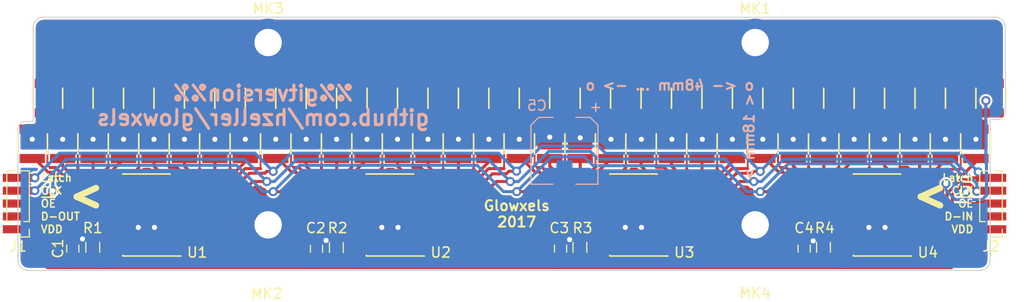
<source format=kicad_pcb>
(kicad_pcb (version 20171130) (host pcbnew "(2017-12-20 revision a061fe1f9)-master")
  (layers (0 F.Cu signal) (31 B.Cu signal) (34 B.Paste user) (35 F.Paste user) (36 B.SilkS user) (37 F.SilkS user) (38 B.Mask user) (39 F.Mask user) (44 Edge.Cuts user))
  (net 0 "")
  (net 1 "Net-(D12-Pad1)")
  (net 2 /LED-Power)
  (net 3 "Net-(D47-Pad1)")
  (net 4 "Net-(D28-Pad1)")
  (net 5 "Net-(D63-Pad1)")
  (net 6 "Net-(D1-Pad1)")
  (net 7 "Net-(D2-Pad1)")
  (net 8 "Net-(D3-Pad1)")
  (net 9 "Net-(D4-Pad1)")
  (net 10 "Net-(D5-Pad1)")
  (net 11 "Net-(D6-Pad1)")
  (net 12 "Net-(D7-Pad1)")
  (net 13 "Net-(D8-Pad1)")
  (net 14 "Net-(D9-Pad1)")
  (net 15 "Net-(D10-Pad1)")
  (net 16 "Net-(D11-Pad1)")
  (net 17 "Net-(D45-Pad1)")
  (net 18 "Net-(D13-Pad1)")
  (net 19 "Net-(D15-Pad1)")
  (net 20 "Net-(D27-Pad1)")
  (net 21 "Net-(D26-Pad1)")
  (net 22 "Net-(D25-Pad1)")
  (net 23 "Net-(D24-Pad1)")
  (net 24 "Net-(D23-Pad1)")
  (net 25 "Net-(D22-Pad1)")
  (net 26 "Net-(D21-Pad1)")
  (net 27 "Net-(D20-Pad1)")
  (net 28 "Net-(D19-Pad1)")
  (net 29 "Net-(D18-Pad1)")
  (net 30 "Net-(D17-Pad1)")
  (net 31 "Net-(D16-Pad1)")
  (net 32 "Net-(D14-Pad1)")
  (net 33 "Net-(D49-Pad1)")
  (net 34 "Net-(D37-Pad1)")
  (net 35 "Net-(D44-Pad1)")
  (net 36 "Net-(D43-Pad1)")
  (net 37 "Net-(D42-Pad1)")
  (net 38 "Net-(D41-Pad1)")
  (net 39 "Net-(D40-Pad1)")
  (net 40 "Net-(D39-Pad1)")
  (net 41 "Net-(D38-Pad1)")
  (net 42 "Net-(D46-Pad1)")
  (net 43 "Net-(D36-Pad1)")
  (net 44 "Net-(D35-Pad1)")
  (net 45 "Net-(D34-Pad1)")
  (net 46 "Net-(D33-Pad1)")
  (net 47 "Net-(D32-Pad1)")
  (net 48 "Net-(D31-Pad1)")
  (net 49 "Net-(D55-Pad1)")
  (net 50 "Net-(D30-Pad1)")
  (net 51 "Net-(D48-Pad1)")
  (net 52 "Net-(D50-Pad1)")
  (net 53 "Net-(D51-Pad1)")
  (net 54 "Net-(D52-Pad1)")
  (net 55 "Net-(D53-Pad1)")
  (net 56 "Net-(D29-Pad1)")
  (net 57 "Net-(D56-Pad1)")
  (net 58 "Net-(D57-Pad1)")
  (net 59 "Net-(D58-Pad1)")
  (net 60 "Net-(D59-Pad1)")
  (net 61 "Net-(D60-Pad1)")
  (net 62 "Net-(D61-Pad1)")
  (net 63 "Net-(D62-Pad1)")
  (net 64 "Net-(D54-Pad1)")
  (net 65 GND)
  (net 66 "Net-(R1-Pad2)")
  (net 67 "Net-(R4-Pad2)")
  (net 68 "Net-(R3-Pad2)")
  (net 69 "Net-(R2-Pad2)")
  (net 70 /VDD)
  (net 71 /CLK)
  (net 72 /Latch)
  (net 73 /~OE)
  (net 74 /D-Out)
  (net 75 /D-IN)
  (net 76 "Net-(U1-Pad2)")
  (net 77 "Net-(U3-Pad2)")
  (net 78 "Net-(U2-Pad2)")
  (net 79 /LastLed)
  (module Mounting_Holes:MountingHole_2.7mm_M2.5_DIN965_Pad (layer F.Cu) (at 171.25 108)
    (fp_text reference MK4 (at 0 6.72) (layer F.SilkS))
    (fp_text value GND)
    (pad 1 thru_hole circle (at 0 0) (size 4.7 4.7) (drill 2.7) (layers *.Cu *.Mask) (net 65 GND))
  )
  (module Mounting_Holes:MountingHole_2.7mm_M2.5_DIN965_Pad (layer F.Cu) (at 123.25 90)
    (fp_text reference MK3 (at 0 -3.35) (layer F.SilkS))
    (fp_text value POW_LED)
    (pad 1 thru_hole circle (at 0 0) (size 4.7 4.7) (drill 2.7) (layers *.Cu *.Mask) (net 2 /LED-Power))
  )
  (module Mounting_Holes:MountingHole_2.7mm_M2.5_DIN965_Pad (layer F.Cu) (at 171.25 90)
    (fp_text reference MK1 (at 0 -3.35) (layer F.SilkS))
    (fp_text value POW_LED)
    (pad 1 thru_hole circle (at 0 0) (size 4.7 4.7) (drill 2.7) (layers *.Cu *.Mask) (net 2 /LED-Power))
  )
  (module Mounting_Holes:MountingHole_2.7mm_M2.5_DIN965_Pad (layer F.Cu) (at 123.25 108)
    (fp_text reference MK2 (at -0.136 6.785) (layer F.SilkS))
    (fp_text value GND)
    (pad 1 thru_hole circle (at 0 0) (size 4.7 4.7) (drill 2.7) (layers *.Cu *.Mask) (net 65 GND))
  )
  (module Capacitors_SMD:CP_Elec_6.3x5.3 (layer B.Cu) (at 152.451 100.688 270)
    (fp_text reference C5 (at -4.468 2.702) (layer B.SilkS) (effects (justify mirror)))
    (fp_text value 100u)
    (fp_text user + (at -4.28 -3.01 270) (layer B.SilkS) (effects (justify mirror)))
    (pad 1 smd rect (at -2.7 0 90) (size 3.5 1.6) (layers B.Cu B.Paste B.Mask) (net 2 /LED-Power))
    (pad 2 smd rect (at 2.7 0 90) (size 3.5 1.6) (layers B.Cu B.Paste B.Mask) (net 65 GND))
  )
  (module Pin_Headers:Pin_Header_Straight_1x05_Pitch1.27mm (layer F.Cu) (at 194.488 108.435 180)
    (fp_text reference J2 (at 0 -1.695 180) (layer F.SilkS))
    (fp_text value IN)
    (pad 5 smd rect (at 0 5.08 180) (size 3 0.8) (layers F.Cu F.Paste F.Mask) (net 72 /Latch))
    (pad 4 smd rect (at 0 3.81 180) (size 3 0.8) (layers F.Cu F.Paste F.Mask) (net 71 /CLK))
    (pad 3 smd rect (at 0 2.54 180) (size 3 0.8) (layers F.Cu F.Paste F.Mask) (net 73 /~OE))
    (pad 2 smd rect (at 0 1.27 180) (size 3 0.8) (layers F.Cu F.Paste F.Mask) (net 75 /D-IN))
    (pad 1 smd rect (at 0 0 180) (size 3 0.8) (layers F.Cu F.Paste F.Mask) (net 70 /VDD))
  )
  (module Pin_Headers:Pin_Header_Straight_1x05_Pitch1.27mm (layer F.Cu) (at 98.603 108.435 180)
    (fp_text reference J1 (at 0 -1.695 180) (layer F.SilkS))
    (fp_text value OUT)
    (pad 1 smd rect (at 0 0 180) (size 3 0.8) (layers F.Cu F.Paste F.Mask) (net 70 /VDD))
    (pad 2 smd rect (at 0 1.27 180) (size 3 0.8) (layers F.Cu F.Paste F.Mask) (net 74 /D-Out))
    (pad 3 smd rect (at 0 2.54 180) (size 3 0.8) (layers F.Cu F.Paste F.Mask) (net 73 /~OE))
    (pad 4 smd rect (at 0 3.81 180) (size 3 0.8) (layers F.Cu F.Paste F.Mask) (net 71 /CLK))
    (pad 5 smd rect (at 0 5.08 180) (size 3 0.8) (layers F.Cu F.Paste F.Mask) (net 72 /Latch))
  )
  (module Capacitors_SMD:C_0603 (layer F.Cu) (at 104.0005 110.34 90)
    (fp_text reference C1 (at 0 -1.4605 270) (layer F.SilkS))
    (fp_text value 100n)
    (pad 1 smd rect (at -0.75 0 90) (size 0.8 0.75) (layers F.Cu F.Paste F.Mask) (net 70 /VDD))
    (pad 2 smd rect (at 0.75 0 90) (size 0.8 0.75) (layers F.Cu F.Paste F.Mask) (net 65 GND))
  )
  (module Capacitors_SMD:C_0603 (layer F.Cu) (at 128.016 110.363 90)
    (fp_text reference C2 (at 2.055 -0.076 180) (layer F.SilkS))
    (fp_text value 100n)
    (pad 2 smd rect (at 0.75 0 90) (size 0.8 0.75) (layers F.Cu F.Paste F.Mask) (net 65 GND))
    (pad 1 smd rect (at -0.75 0 90) (size 0.8 0.75) (layers F.Cu F.Paste F.Mask) (net 70 /VDD))
  )
  (module Capacitors_SMD:C_0603 (layer F.Cu) (at 152.07 110.34 90)
    (fp_text reference C3 (at 2.032 -0.127 180) (layer F.SilkS))
    (fp_text value 100n)
    (pad 1 smd rect (at -0.75 0 90) (size 0.8 0.75) (layers F.Cu F.Paste F.Mask) (net 70 /VDD))
    (pad 2 smd rect (at 0.75 0 90) (size 0.8 0.75) (layers F.Cu F.Paste F.Mask) (net 65 GND))
  )
  (module Capacitors_SMD:C_0603 (layer F.Cu) (at 176.073 110.34 90)
    (fp_text reference C4 (at 2.032 0 180) (layer F.SilkS))
    (fp_text value 100n)
    (pad 2 smd rect (at 0.75 0 90) (size 0.8 0.75) (layers F.Cu F.Paste F.Mask) (net 65 GND))
    (pad 1 smd rect (at -0.75 0 90) (size 0.8 0.75) (layers F.Cu F.Paste F.Mask) (net 70 /VDD))
  )
  (module Glowxels:TSSOP-24EP_4.4x7.8mm_Pitch0.65mm (layer F.Cu) (at 135.25 107 180)
    (fp_text reference U2 (at -5.009 -3.721 180) (layer F.SilkS))
    (fp_text value STP16CPC26)
    (pad 25 smd rect (at 0.8 1.25 180) (size 1.6 2.5) (layers F.Cu F.Paste F.Mask) (net 65 GND))
    (pad 25 smd rect (at -0.8 1.25 180) (size 1.6 2.5) (layers F.Cu F.Paste F.Mask) (net 65 GND))
    (pad 25 thru_hole rect (at 0.8 -1.25 180) (size 1.6 2.5) (drill 0.5) (layers *.Cu *.Mask F.Paste) (net 65 GND))
    (pad 25 thru_hole rect (at -0.8 -1.25 180) (size 1.6 2.5) (drill 0.5) (layers *.Cu *.Mask F.Paste) (net 65 GND))
    (pad 24 smd rect (at 2.85 -3.575 180) (size 1.1 0.4) (layers F.Cu F.Paste F.Mask) (net 70 /VDD))
    (pad 23 smd rect (at 2.85 -2.925 180) (size 1.1 0.4) (layers F.Cu F.Paste F.Mask) (net 69 "Net-(R2-Pad2)"))
    (pad 22 smd rect (at 2.85 -2.275 180) (size 1.1 0.4) (layers F.Cu F.Paste F.Mask) (net 76 "Net-(U1-Pad2)"))
    (pad 21 smd rect (at 2.85 -1.625 180) (size 1.1 0.4) (layers F.Cu F.Paste F.Mask) (net 73 /~OE))
    (pad 20 smd rect (at 2.85 -0.975 180) (size 1.1 0.4) (layers F.Cu F.Paste F.Mask) (net 30 "Net-(D17-Pad1)"))
    (pad 19 smd rect (at 2.85 -0.325 180) (size 1.1 0.4) (layers F.Cu F.Paste F.Mask) (net 29 "Net-(D18-Pad1)"))
    (pad 18 smd rect (at 2.85 0.325 180) (size 1.1 0.4) (layers F.Cu F.Paste F.Mask) (net 28 "Net-(D19-Pad1)"))
    (pad 17 smd rect (at 2.85 0.975 180) (size 1.1 0.4) (layers F.Cu F.Paste F.Mask) (net 27 "Net-(D20-Pad1)"))
    (pad 16 smd rect (at 2.85 1.625 180) (size 1.1 0.4) (layers F.Cu F.Paste F.Mask) (net 26 "Net-(D21-Pad1)"))
    (pad 15 smd rect (at 2.85 2.275 180) (size 1.1 0.4) (layers F.Cu F.Paste F.Mask) (net 25 "Net-(D22-Pad1)"))
    (pad 14 smd rect (at 2.85 2.925 180) (size 1.1 0.4) (layers F.Cu F.Paste F.Mask) (net 24 "Net-(D23-Pad1)"))
    (pad 13 smd rect (at 2.85 3.575 180) (size 1.1 0.4) (layers F.Cu F.Paste F.Mask) (net 23 "Net-(D24-Pad1)"))
    (pad 12 smd rect (at -2.85 3.575 180) (size 1.1 0.4) (layers F.Cu F.Paste F.Mask) (net 22 "Net-(D25-Pad1)"))
    (pad 11 smd rect (at -2.85 2.925 180) (size 1.1 0.4) (layers F.Cu F.Paste F.Mask) (net 21 "Net-(D26-Pad1)"))
    (pad 10 smd rect (at -2.85 2.275 180) (size 1.1 0.4) (layers F.Cu F.Paste F.Mask) (net 20 "Net-(D27-Pad1)"))
    (pad 9 smd rect (at -2.85 1.625 180) (size 1.1 0.4) (layers F.Cu F.Paste F.Mask) (net 4 "Net-(D28-Pad1)"))
    (pad 8 smd rect (at -2.85 0.975 180) (size 1.1 0.4) (layers F.Cu F.Paste F.Mask) (net 56 "Net-(D29-Pad1)"))
    (pad 7 smd rect (at -2.85 0.325 180) (size 1.1 0.4) (layers F.Cu F.Paste F.Mask) (net 50 "Net-(D30-Pad1)"))
    (pad 6 smd rect (at -2.85 -0.325 180) (size 1.1 0.4) (layers F.Cu F.Paste F.Mask) (net 48 "Net-(D31-Pad1)"))
    (pad 5 smd rect (at -2.85 -0.975 180) (size 1.1 0.4) (layers F.Cu F.Paste F.Mask) (net 47 "Net-(D32-Pad1)"))
    (pad 4 smd rect (at -2.85 -1.625 180) (size 1.1 0.4) (layers F.Cu F.Paste F.Mask) (net 72 /Latch))
    (pad 3 smd rect (at -2.85 -2.275 180) (size 1.1 0.4) (layers F.Cu F.Paste F.Mask) (net 71 /CLK))
    (pad 2 smd rect (at -2.85 -2.925 180) (size 1.1 0.4) (layers F.Cu F.Paste F.Mask) (net 78 "Net-(U2-Pad2)"))
    (pad 1 smd rect (at -2.85 -3.575 180) (size 1.1 0.4) (layers F.Cu F.Paste F.Mask) (net 65 GND))
  )
  (module Glowxels:TSSOP-24EP_4.4x7.8mm_Pitch0.65mm (layer F.Cu) (at 159.25 107 180)
    (fp_text reference U3 (at -5.012 -3.721 180) (layer F.SilkS))
    (fp_text value STP16CPC26)
    (pad 1 smd rect (at -2.85 -3.575 180) (size 1.1 0.4) (layers F.Cu F.Paste F.Mask) (net 65 GND))
    (pad 2 smd rect (at -2.85 -2.925 180) (size 1.1 0.4) (layers F.Cu F.Paste F.Mask) (net 77 "Net-(U3-Pad2)"))
    (pad 3 smd rect (at -2.85 -2.275 180) (size 1.1 0.4) (layers F.Cu F.Paste F.Mask) (net 71 /CLK))
    (pad 4 smd rect (at -2.85 -1.625 180) (size 1.1 0.4) (layers F.Cu F.Paste F.Mask) (net 72 /Latch))
    (pad 5 smd rect (at -2.85 -0.975 180) (size 1.1 0.4) (layers F.Cu F.Paste F.Mask) (net 51 "Net-(D48-Pad1)"))
    (pad 6 smd rect (at -2.85 -0.325 180) (size 1.1 0.4) (layers F.Cu F.Paste F.Mask) (net 3 "Net-(D47-Pad1)"))
    (pad 7 smd rect (at -2.85 0.325 180) (size 1.1 0.4) (layers F.Cu F.Paste F.Mask) (net 42 "Net-(D46-Pad1)"))
    (pad 8 smd rect (at -2.85 0.975 180) (size 1.1 0.4) (layers F.Cu F.Paste F.Mask) (net 17 "Net-(D45-Pad1)"))
    (pad 9 smd rect (at -2.85 1.625 180) (size 1.1 0.4) (layers F.Cu F.Paste F.Mask) (net 35 "Net-(D44-Pad1)"))
    (pad 10 smd rect (at -2.85 2.275 180) (size 1.1 0.4) (layers F.Cu F.Paste F.Mask) (net 36 "Net-(D43-Pad1)"))
    (pad 11 smd rect (at -2.85 2.925 180) (size 1.1 0.4) (layers F.Cu F.Paste F.Mask) (net 37 "Net-(D42-Pad1)"))
    (pad 12 smd rect (at -2.85 3.575 180) (size 1.1 0.4) (layers F.Cu F.Paste F.Mask) (net 38 "Net-(D41-Pad1)"))
    (pad 13 smd rect (at 2.85 3.575 180) (size 1.1 0.4) (layers F.Cu F.Paste F.Mask) (net 39 "Net-(D40-Pad1)"))
    (pad 14 smd rect (at 2.85 2.925 180) (size 1.1 0.4) (layers F.Cu F.Paste F.Mask) (net 40 "Net-(D39-Pad1)"))
    (pad 15 smd rect (at 2.85 2.275 180) (size 1.1 0.4) (layers F.Cu F.Paste F.Mask) (net 41 "Net-(D38-Pad1)"))
    (pad 16 smd rect (at 2.85 1.625 180) (size 1.1 0.4) (layers F.Cu F.Paste F.Mask) (net 34 "Net-(D37-Pad1)"))
    (pad 17 smd rect (at 2.85 0.975 180) (size 1.1 0.4) (layers F.Cu F.Paste F.Mask) (net 43 "Net-(D36-Pad1)"))
    (pad 18 smd rect (at 2.85 0.325 180) (size 1.1 0.4) (layers F.Cu F.Paste F.Mask) (net 44 "Net-(D35-Pad1)"))
    (pad 19 smd rect (at 2.85 -0.325 180) (size 1.1 0.4) (layers F.Cu F.Paste F.Mask) (net 45 "Net-(D34-Pad1)"))
    (pad 20 smd rect (at 2.85 -0.975 180) (size 1.1 0.4) (layers F.Cu F.Paste F.Mask) (net 46 "Net-(D33-Pad1)"))
    (pad 21 smd rect (at 2.85 -1.625 180) (size 1.1 0.4) (layers F.Cu F.Paste F.Mask) (net 73 /~OE))
    (pad 22 smd rect (at 2.85 -2.275 180) (size 1.1 0.4) (layers F.Cu F.Paste F.Mask) (net 78 "Net-(U2-Pad2)"))
    (pad 23 smd rect (at 2.85 -2.925 180) (size 1.1 0.4) (layers F.Cu F.Paste F.Mask) (net 68 "Net-(R3-Pad2)"))
    (pad 24 smd rect (at 2.85 -3.575 180) (size 1.1 0.4) (layers F.Cu F.Paste F.Mask) (net 70 /VDD))
    (pad 25 thru_hole rect (at -0.8 -1.25 180) (size 1.6 2.5) (drill 0.5) (layers *.Cu *.Mask F.Paste) (net 65 GND))
    (pad 25 thru_hole rect (at 0.8 -1.25 180) (size 1.6 2.5) (drill 0.5) (layers *.Cu *.Mask F.Paste) (net 65 GND))
    (pad 25 smd rect (at -0.8 1.25 180) (size 1.6 2.5) (layers F.Cu F.Paste F.Mask) (net 65 GND))
    (pad 25 smd rect (at 0.8 1.25 180) (size 1.6 2.5) (layers F.Cu F.Paste F.Mask) (net 65 GND))
  )
  (module Glowxels:TSSOP-24EP_4.4x7.8mm_Pitch0.65mm (layer F.Cu) (at 183.25 107 180)
    (fp_text reference U4 (at -5.015 -3.721 180) (layer F.SilkS))
    (fp_text value STP16CPC26)
    (pad 25 smd rect (at 0.8 1.25 180) (size 1.6 2.5) (layers F.Cu F.Paste F.Mask) (net 65 GND))
    (pad 25 smd rect (at -0.8 1.25 180) (size 1.6 2.5) (layers F.Cu F.Paste F.Mask) (net 65 GND))
    (pad 25 thru_hole rect (at 0.8 -1.25 180) (size 1.6 2.5) (drill 0.5) (layers *.Cu *.Mask F.Paste) (net 65 GND))
    (pad 25 thru_hole rect (at -0.8 -1.25 180) (size 1.6 2.5) (drill 0.5) (layers *.Cu *.Mask F.Paste) (net 65 GND))
    (pad 24 smd rect (at 2.85 -3.575 180) (size 1.1 0.4) (layers F.Cu F.Paste F.Mask) (net 70 /VDD))
    (pad 23 smd rect (at 2.85 -2.925 180) (size 1.1 0.4) (layers F.Cu F.Paste F.Mask) (net 67 "Net-(R4-Pad2)"))
    (pad 22 smd rect (at 2.85 -2.275 180) (size 1.1 0.4) (layers F.Cu F.Paste F.Mask) (net 77 "Net-(U3-Pad2)"))
    (pad 21 smd rect (at 2.85 -1.625 180) (size 1.1 0.4) (layers F.Cu F.Paste F.Mask) (net 73 /~OE))
    (pad 20 smd rect (at 2.85 -0.975 180) (size 1.1 0.4) (layers F.Cu F.Paste F.Mask) (net 33 "Net-(D49-Pad1)"))
    (pad 19 smd rect (at 2.85 -0.325 180) (size 1.1 0.4) (layers F.Cu F.Paste F.Mask) (net 52 "Net-(D50-Pad1)"))
    (pad 18 smd rect (at 2.85 0.325 180) (size 1.1 0.4) (layers F.Cu F.Paste F.Mask) (net 53 "Net-(D51-Pad1)"))
    (pad 17 smd rect (at 2.85 0.975 180) (size 1.1 0.4) (layers F.Cu F.Paste F.Mask) (net 54 "Net-(D52-Pad1)"))
    (pad 16 smd rect (at 2.85 1.625 180) (size 1.1 0.4) (layers F.Cu F.Paste F.Mask) (net 55 "Net-(D53-Pad1)"))
    (pad 15 smd rect (at 2.85 2.275 180) (size 1.1 0.4) (layers F.Cu F.Paste F.Mask) (net 64 "Net-(D54-Pad1)"))
    (pad 14 smd rect (at 2.85 2.925 180) (size 1.1 0.4) (layers F.Cu F.Paste F.Mask) (net 49 "Net-(D55-Pad1)"))
    (pad 13 smd rect (at 2.85 3.575 180) (size 1.1 0.4) (layers F.Cu F.Paste F.Mask) (net 57 "Net-(D56-Pad1)"))
    (pad 12 smd rect (at -2.85 3.575 180) (size 1.1 0.4) (layers F.Cu F.Paste F.Mask) (net 58 "Net-(D57-Pad1)"))
    (pad 11 smd rect (at -2.85 2.925 180) (size 1.1 0.4) (layers F.Cu F.Paste F.Mask) (net 59 "Net-(D58-Pad1)"))
    (pad 10 smd rect (at -2.85 2.275 180) (size 1.1 0.4) (layers F.Cu F.Paste F.Mask) (net 60 "Net-(D59-Pad1)"))
    (pad 9 smd rect (at -2.85 1.625 180) (size 1.1 0.4) (layers F.Cu F.Paste F.Mask) (net 61 "Net-(D60-Pad1)"))
    (pad 8 smd rect (at -2.85 0.975 180) (size 1.1 0.4) (layers F.Cu F.Paste F.Mask) (net 62 "Net-(D61-Pad1)"))
    (pad 7 smd rect (at -2.85 0.325 180) (size 1.1 0.4) (layers F.Cu F.Paste F.Mask) (net 63 "Net-(D62-Pad1)"))
    (pad 6 smd rect (at -2.85 -0.325 180) (size 1.1 0.4) (layers F.Cu F.Paste F.Mask) (net 5 "Net-(D63-Pad1)"))
    (pad 5 smd rect (at -2.85 -0.975 180) (size 1.1 0.4) (layers F.Cu F.Paste F.Mask) (net 79 /LastLed))
    (pad 4 smd rect (at -2.85 -1.625 180) (size 1.1 0.4) (layers F.Cu F.Paste F.Mask) (net 72 /Latch))
    (pad 3 smd rect (at -2.85 -2.275 180) (size 1.1 0.4) (layers F.Cu F.Paste F.Mask) (net 71 /CLK))
    (pad 2 smd rect (at -2.85 -2.925 180) (size 1.1 0.4) (layers F.Cu F.Paste F.Mask) (net 75 /D-IN))
    (pad 1 smd rect (at -2.85 -3.575 180) (size 1.1 0.4) (layers F.Cu F.Paste F.Mask) (net 65 GND))
  )
  (module Glowxels:TSSOP-24EP_4.4x7.8mm_Pitch0.65mm (layer F.Cu) (at 111.25 107 180)
    (fp_text reference U1 (at -5.006 -3.721 180) (layer F.SilkS))
    (fp_text value STP16CPC26)
    (pad 1 smd rect (at -2.85 -3.575 180) (size 1.1 0.4) (layers F.Cu F.Paste F.Mask) (net 65 GND))
    (pad 2 smd rect (at -2.85 -2.925 180) (size 1.1 0.4) (layers F.Cu F.Paste F.Mask) (net 76 "Net-(U1-Pad2)"))
    (pad 3 smd rect (at -2.85 -2.275 180) (size 1.1 0.4) (layers F.Cu F.Paste F.Mask) (net 71 /CLK))
    (pad 4 smd rect (at -2.85 -1.625 180) (size 1.1 0.4) (layers F.Cu F.Paste F.Mask) (net 72 /Latch))
    (pad 5 smd rect (at -2.85 -0.975 180) (size 1.1 0.4) (layers F.Cu F.Paste F.Mask) (net 31 "Net-(D16-Pad1)"))
    (pad 6 smd rect (at -2.85 -0.325 180) (size 1.1 0.4) (layers F.Cu F.Paste F.Mask) (net 19 "Net-(D15-Pad1)"))
    (pad 7 smd rect (at -2.85 0.325 180) (size 1.1 0.4) (layers F.Cu F.Paste F.Mask) (net 32 "Net-(D14-Pad1)"))
    (pad 8 smd rect (at -2.85 0.975 180) (size 1.1 0.4) (layers F.Cu F.Paste F.Mask) (net 18 "Net-(D13-Pad1)"))
    (pad 9 smd rect (at -2.85 1.625 180) (size 1.1 0.4) (layers F.Cu F.Paste F.Mask) (net 1 "Net-(D12-Pad1)"))
    (pad 10 smd rect (at -2.85 2.275 180) (size 1.1 0.4) (layers F.Cu F.Paste F.Mask) (net 16 "Net-(D11-Pad1)"))
    (pad 11 smd rect (at -2.85 2.925 180) (size 1.1 0.4) (layers F.Cu F.Paste F.Mask) (net 15 "Net-(D10-Pad1)"))
    (pad 12 smd rect (at -2.85 3.575 180) (size 1.1 0.4) (layers F.Cu F.Paste F.Mask) (net 14 "Net-(D9-Pad1)"))
    (pad 13 smd rect (at 2.85 3.575 180) (size 1.1 0.4) (layers F.Cu F.Paste F.Mask) (net 13 "Net-(D8-Pad1)"))
    (pad 14 smd rect (at 2.85 2.925 180) (size 1.1 0.4) (layers F.Cu F.Paste F.Mask) (net 12 "Net-(D7-Pad1)"))
    (pad 15 smd rect (at 2.85 2.275 180) (size 1.1 0.4) (layers F.Cu F.Paste F.Mask) (net 11 "Net-(D6-Pad1)"))
    (pad 16 smd rect (at 2.85 1.625 180) (size 1.1 0.4) (layers F.Cu F.Paste F.Mask) (net 10 "Net-(D5-Pad1)"))
    (pad 17 smd rect (at 2.85 0.975 180) (size 1.1 0.4) (layers F.Cu F.Paste F.Mask) (net 9 "Net-(D4-Pad1)"))
    (pad 18 smd rect (at 2.85 0.325 180) (size 1.1 0.4) (layers F.Cu F.Paste F.Mask) (net 8 "Net-(D3-Pad1)"))
    (pad 19 smd rect (at 2.85 -0.325 180) (size 1.1 0.4) (layers F.Cu F.Paste F.Mask) (net 7 "Net-(D2-Pad1)"))
    (pad 20 smd rect (at 2.85 -0.975 180) (size 1.1 0.4) (layers F.Cu F.Paste F.Mask) (net 6 "Net-(D1-Pad1)"))
    (pad 21 smd rect (at 2.85 -1.625 180) (size 1.1 0.4) (layers F.Cu F.Paste F.Mask) (net 73 /~OE))
    (pad 22 smd rect (at 2.85 -2.275 180) (size 1.1 0.4) (layers F.Cu F.Paste F.Mask) (net 74 /D-Out))
    (pad 23 smd rect (at 2.85 -2.925 180) (size 1.1 0.4) (layers F.Cu F.Paste F.Mask) (net 66 "Net-(R1-Pad2)"))
    (pad 24 smd rect (at 2.85 -3.575 180) (size 1.1 0.4) (layers F.Cu F.Paste F.Mask) (net 70 /VDD))
    (pad 25 thru_hole rect (at -0.8 -1.25 180) (size 1.6 2.5) (drill 0.5) (layers *.Cu *.Mask F.Paste) (net 65 GND))
    (pad 25 thru_hole rect (at 0.8 -1.25 180) (size 1.6 2.5) (drill 0.5) (layers *.Cu *.Mask F.Paste) (net 65 GND))
    (pad 25 smd rect (at -0.8 1.25 180) (size 1.6 2.5) (layers F.Cu F.Paste F.Mask) (net 65 GND))
    (pad 25 smd rect (at 0.8 1.25 180) (size 1.6 2.5) (layers F.Cu F.Paste F.Mask) (net 65 GND))
  )
  (module Resistors_SMD:R_0603 (layer F.Cu) (at 129.972 110.234 270)
    (fp_text reference R2 (at -1.926 -0.127) (layer F.SilkS))
    (fp_text value 1k)
    (pad 2 smd rect (at 0.75 0 270) (size 0.5 0.9) (layers F.Cu F.Paste F.Mask) (net 69 "Net-(R2-Pad2)"))
    (pad 1 smd rect (at -0.75 0 270) (size 0.5 0.9) (layers F.Cu F.Paste F.Mask) (net 65 GND))
  )
  (module Resistors_SMD:R_0603 (layer F.Cu) (at 153.975 110.213 270)
    (fp_text reference R3 (at -1.905 -0.254) (layer F.SilkS))
    (fp_text value 1k)
    (pad 1 smd rect (at -0.75 0 270) (size 0.5 0.9) (layers F.Cu F.Paste F.Mask) (net 65 GND))
    (pad 2 smd rect (at 0.75 0 270) (size 0.5 0.9) (layers F.Cu F.Paste F.Mask) (net 68 "Net-(R3-Pad2)"))
  )
  (module Resistors_SMD:R_0603 (layer F.Cu) (at 177.978 110.213 270)
    (fp_text reference R4 (at -1.905 -0.127) (layer F.SilkS))
    (fp_text value 1k)
    (pad 2 smd rect (at 0.75 0 270) (size 0.5 0.9) (layers F.Cu F.Paste F.Mask) (net 67 "Net-(R4-Pad2)"))
    (pad 1 smd rect (at -0.75 0 270) (size 0.5 0.9) (layers F.Cu F.Paste F.Mask) (net 65 GND))
  )
  (module Resistors_SMD:R_0603 (layer F.Cu) (at 105.969 110.213 270)
    (fp_text reference R1 (at -1.905 0) (layer F.SilkS))
    (fp_text value 1k)
    (pad 1 smd rect (at -0.75 0 270) (size 0.5 0.9) (layers F.Cu F.Paste F.Mask) (net 65 GND))
    (pad 2 smd rect (at 0.75 0 270) (size 0.5 0.9) (layers F.Cu F.Paste F.Mask) (net 66 "Net-(R1-Pad2)"))
  )
  (module Resistors_SMD:R_1210 (layer F.Cu) (at 179.5 95.5 90)
    (fp_text reference D54 hide)
    (fp_text value UV)
    (pad 2 smd rect (at 1.45 0 90) (size 0.9 2.5) (layers F.Cu F.Paste F.Mask) (net 2 /LED-Power))
    (pad 1 smd rect (at -1.45 0 90) (size 0.9 2.5) (layers F.Cu F.Paste F.Mask) (net 64 "Net-(D54-Pad1)"))
  )
  (module Resistors_SMD:R_1210 (layer F.Cu) (at 191.5 95.5 90)
    (fp_text reference D62 hide)
    (fp_text value UV)
    (pad 1 smd rect (at -1.45 0 90) (size 0.9 2.5) (layers F.Cu F.Paste F.Mask) (net 63 "Net-(D62-Pad1)"))
    (pad 2 smd rect (at 1.45 0 90) (size 0.9 2.5) (layers F.Cu F.Paste F.Mask) (net 2 /LED-Power))
  )
  (module Resistors_SMD:R_1210 (layer F.Cu) (at 190 100 90)
    (fp_text reference D61 hide)
    (fp_text value UV)
    (pad 2 smd rect (at 1.45 0 90) (size 0.9 2.5) (layers F.Cu F.Paste F.Mask) (net 2 /LED-Power))
    (pad 1 smd rect (at -1.45 0 90) (size 0.9 2.5) (layers F.Cu F.Paste F.Mask) (net 62 "Net-(D61-Pad1)"))
  )
  (module Resistors_SMD:R_1210 (layer F.Cu) (at 188.5 95.5 90)
    (fp_text reference D60 hide)
    (fp_text value UV)
    (pad 1 smd rect (at -1.45 0 90) (size 0.9 2.5) (layers F.Cu F.Paste F.Mask) (net 61 "Net-(D60-Pad1)"))
    (pad 2 smd rect (at 1.45 0 90) (size 0.9 2.5) (layers F.Cu F.Paste F.Mask) (net 2 /LED-Power))
  )
  (module Resistors_SMD:R_1210 (layer F.Cu) (at 187 100 90)
    (fp_text reference D59 hide)
    (fp_text value UV)
    (pad 2 smd rect (at 1.45 0 90) (size 0.9 2.5) (layers F.Cu F.Paste F.Mask) (net 2 /LED-Power))
    (pad 1 smd rect (at -1.45 0 90) (size 0.9 2.5) (layers F.Cu F.Paste F.Mask) (net 60 "Net-(D59-Pad1)"))
  )
  (module Resistors_SMD:R_1210 (layer F.Cu) (at 185.5 95.5 90)
    (fp_text reference D58 hide)
    (fp_text value UV)
    (pad 1 smd rect (at -1.45 0 90) (size 0.9 2.5) (layers F.Cu F.Paste F.Mask) (net 59 "Net-(D58-Pad1)"))
    (pad 2 smd rect (at 1.45 0 90) (size 0.9 2.5) (layers F.Cu F.Paste F.Mask) (net 2 /LED-Power))
  )
  (module Resistors_SMD:R_1210 (layer F.Cu) (at 184 100 90)
    (fp_text reference D57 hide)
    (fp_text value UV)
    (pad 2 smd rect (at 1.45 0 90) (size 0.9 2.5) (layers F.Cu F.Paste F.Mask) (net 2 /LED-Power))
    (pad 1 smd rect (at -1.45 0 90) (size 0.9 2.5) (layers F.Cu F.Paste F.Mask) (net 58 "Net-(D57-Pad1)"))
  )
  (module Resistors_SMD:R_1210 (layer F.Cu) (at 182.5 95.5 90)
    (fp_text reference D56 hide)
    (fp_text value UV)
    (pad 1 smd rect (at -1.45 0 90) (size 0.9 2.5) (layers F.Cu F.Paste F.Mask) (net 57 "Net-(D56-Pad1)"))
    (pad 2 smd rect (at 1.45 0 90) (size 0.9 2.5) (layers F.Cu F.Paste F.Mask) (net 2 /LED-Power))
  )
  (module Resistors_SMD:R_1210 (layer F.Cu) (at 142 100 90)
    (fp_text reference D29 hide)
    (fp_text value UV)
    (pad 2 smd rect (at 1.45 0 90) (size 0.9 2.5) (layers F.Cu F.Paste F.Mask) (net 2 /LED-Power))
    (pad 1 smd rect (at -1.45 0 90) (size 0.9 2.5) (layers F.Cu F.Paste F.Mask) (net 56 "Net-(D29-Pad1)"))
  )
  (module Resistors_SMD:R_1210 (layer F.Cu) (at 178 100 90)
    (fp_text reference D53 hide)
    (fp_text value UV)
    (pad 1 smd rect (at -1.45 0 90) (size 0.9 2.5) (layers F.Cu F.Paste F.Mask) (net 55 "Net-(D53-Pad1)"))
    (pad 2 smd rect (at 1.45 0 90) (size 0.9 2.5) (layers F.Cu F.Paste F.Mask) (net 2 /LED-Power))
  )
  (module Resistors_SMD:R_1210 (layer F.Cu) (at 176.5 95.5 90)
    (fp_text reference D52 hide)
    (fp_text value UV)
    (pad 2 smd rect (at 1.45 0 90) (size 0.9 2.5) (layers F.Cu F.Paste F.Mask) (net 2 /LED-Power))
    (pad 1 smd rect (at -1.45 0 90) (size 0.9 2.5) (layers F.Cu F.Paste F.Mask) (net 54 "Net-(D52-Pad1)"))
  )
  (module Resistors_SMD:R_1210 (layer F.Cu) (at 175 100 90)
    (fp_text reference D51 hide)
    (fp_text value UV)
    (pad 1 smd rect (at -1.45 0 90) (size 0.9 2.5) (layers F.Cu F.Paste F.Mask) (net 53 "Net-(D51-Pad1)"))
    (pad 2 smd rect (at 1.45 0 90) (size 0.9 2.5) (layers F.Cu F.Paste F.Mask) (net 2 /LED-Power))
  )
  (module Resistors_SMD:R_1210 (layer F.Cu) (at 173.5 95.5 90)
    (fp_text reference D50 hide)
    (fp_text value UV)
    (pad 2 smd rect (at 1.45 0 90) (size 0.9 2.5) (layers F.Cu F.Paste F.Mask) (net 2 /LED-Power))
    (pad 1 smd rect (at -1.45 0 90) (size 0.9 2.5) (layers F.Cu F.Paste F.Mask) (net 52 "Net-(D50-Pad1)"))
  )
  (module Resistors_SMD:R_1210 (layer F.Cu) (at 170.5 95.5 90)
    (fp_text reference D48 hide)
    (fp_text value UV)
    (pad 1 smd rect (at -1.45 0 90) (size 0.9 2.5) (layers F.Cu F.Paste F.Mask) (net 51 "Net-(D48-Pad1)"))
    (pad 2 smd rect (at 1.45 0 90) (size 0.9 2.5) (layers F.Cu F.Paste F.Mask) (net 2 /LED-Power))
  )
  (module Resistors_SMD:R_1210 (layer F.Cu) (at 143.5 95.5 90)
    (fp_text reference D30 hide)
    (fp_text value UV)
    (pad 2 smd rect (at 1.45 0 90) (size 0.9 2.5) (layers F.Cu F.Paste F.Mask) (net 2 /LED-Power))
    (pad 1 smd rect (at -1.45 0 90) (size 0.9 2.5) (layers F.Cu F.Paste F.Mask) (net 50 "Net-(D30-Pad1)"))
  )
  (module Resistors_SMD:R_1210 (layer F.Cu) (at 181 100 90)
    (fp_text reference D55 hide)
    (fp_text value UV)
    (pad 1 smd rect (at -1.45 0 90) (size 0.9 2.5) (layers F.Cu F.Paste F.Mask) (net 49 "Net-(D55-Pad1)"))
    (pad 2 smd rect (at 1.45 0 90) (size 0.9 2.5) (layers F.Cu F.Paste F.Mask) (net 2 /LED-Power))
  )
  (module Resistors_SMD:R_1210 (layer F.Cu) (at 145 100 90)
    (fp_text reference D31 hide)
    (fp_text value UV)
    (pad 2 smd rect (at 1.45 0 90) (size 0.9 2.5) (layers F.Cu F.Paste F.Mask) (net 2 /LED-Power))
    (pad 1 smd rect (at -1.45 0 90) (size 0.9 2.5) (layers F.Cu F.Paste F.Mask) (net 48 "Net-(D31-Pad1)"))
  )
  (module Resistors_SMD:R_1210 (layer F.Cu) (at 146.5 95.5 90)
    (fp_text reference D32 hide)
    (fp_text value UV)
    (pad 1 smd rect (at -1.45 0 90) (size 0.9 2.5) (layers F.Cu F.Paste F.Mask) (net 47 "Net-(D32-Pad1)"))
    (pad 2 smd rect (at 1.45 0 90) (size 0.9 2.5) (layers F.Cu F.Paste F.Mask) (net 2 /LED-Power))
  )
  (module Resistors_SMD:R_1210 (layer F.Cu) (at 148 100 90)
    (fp_text reference D33 hide)
    (fp_text value UV)
    (pad 2 smd rect (at 1.45 0 90) (size 0.9 2.5) (layers F.Cu F.Paste F.Mask) (net 2 /LED-Power))
    (pad 1 smd rect (at -1.45 0 90) (size 0.9 2.5) (layers F.Cu F.Paste F.Mask) (net 46 "Net-(D33-Pad1)"))
  )
  (module Resistors_SMD:R_1210 (layer F.Cu) (at 149.5 95.5 90)
    (fp_text reference D34 hide)
    (fp_text value UV)
    (pad 1 smd rect (at -1.45 0 90) (size 0.9 2.5) (layers F.Cu F.Paste F.Mask) (net 45 "Net-(D34-Pad1)"))
    (pad 2 smd rect (at 1.45 0 90) (size 0.9 2.5) (layers F.Cu F.Paste F.Mask) (net 2 /LED-Power))
  )
  (module Resistors_SMD:R_1210 (layer F.Cu) (at 151 100 90)
    (fp_text reference D35 hide)
    (fp_text value UV)
    (pad 2 smd rect (at 1.45 0 90) (size 0.9 2.5) (layers F.Cu F.Paste F.Mask) (net 2 /LED-Power))
    (pad 1 smd rect (at -1.45 0 90) (size 0.9 2.5) (layers F.Cu F.Paste F.Mask) (net 44 "Net-(D35-Pad1)"))
  )
  (module Resistors_SMD:R_1210 (layer F.Cu) (at 152.5 95.5 90)
    (fp_text reference D36 hide)
    (fp_text value UV)
    (pad 1 smd rect (at -1.45 0 90) (size 0.9 2.5) (layers F.Cu F.Paste F.Mask) (net 43 "Net-(D36-Pad1)"))
    (pad 2 smd rect (at 1.45 0 90) (size 0.9 2.5) (layers F.Cu F.Paste F.Mask) (net 2 /LED-Power))
  )
  (module Resistors_SMD:R_1210 (layer F.Cu) (at 167.5 95.5 90)
    (fp_text reference D46 hide)
    (fp_text value UV)
    (pad 2 smd rect (at 1.45 0 90) (size 0.9 2.5) (layers F.Cu F.Paste F.Mask) (net 2 /LED-Power))
    (pad 1 smd rect (at -1.45 0 90) (size 0.9 2.5) (layers F.Cu F.Paste F.Mask) (net 42 "Net-(D46-Pad1)"))
  )
  (module Resistors_SMD:R_1210 (layer F.Cu) (at 155.5 95.5 90)
    (fp_text reference D38 hide)
    (fp_text value UV)
    (pad 1 smd rect (at -1.45 0 90) (size 0.9 2.5) (layers F.Cu F.Paste F.Mask) (net 41 "Net-(D38-Pad1)"))
    (pad 2 smd rect (at 1.45 0 90) (size 0.9 2.5) (layers F.Cu F.Paste F.Mask) (net 2 /LED-Power))
  )
  (module Resistors_SMD:R_1210 (layer F.Cu) (at 157 100 90)
    (fp_text reference D39 hide)
    (fp_text value UV)
    (pad 2 smd rect (at 1.45 0 90) (size 0.9 2.5) (layers F.Cu F.Paste F.Mask) (net 2 /LED-Power))
    (pad 1 smd rect (at -1.45 0 90) (size 0.9 2.5) (layers F.Cu F.Paste F.Mask) (net 40 "Net-(D39-Pad1)"))
  )
  (module Resistors_SMD:R_1210 (layer F.Cu) (at 158.5 95.5 90)
    (fp_text reference D40 hide)
    (fp_text value UV)
    (pad 1 smd rect (at -1.45 0 90) (size 0.9 2.5) (layers F.Cu F.Paste F.Mask) (net 39 "Net-(D40-Pad1)"))
    (pad 2 smd rect (at 1.45 0 90) (size 0.9 2.5) (layers F.Cu F.Paste F.Mask) (net 2 /LED-Power))
  )
  (module Resistors_SMD:R_1210 (layer F.Cu) (at 160 100 90)
    (fp_text reference D41 hide)
    (fp_text value UV)
    (pad 2 smd rect (at 1.45 0 90) (size 0.9 2.5) (layers F.Cu F.Paste F.Mask) (net 2 /LED-Power))
    (pad 1 smd rect (at -1.45 0 90) (size 0.9 2.5) (layers F.Cu F.Paste F.Mask) (net 38 "Net-(D41-Pad1)"))
  )
  (module Resistors_SMD:R_1210 (layer F.Cu) (at 161.5 95.5 90)
    (fp_text reference D42 hide)
    (fp_text value UV)
    (pad 1 smd rect (at -1.45 0 90) (size 0.9 2.5) (layers F.Cu F.Paste F.Mask) (net 37 "Net-(D42-Pad1)"))
    (pad 2 smd rect (at 1.45 0 90) (size 0.9 2.5) (layers F.Cu F.Paste F.Mask) (net 2 /LED-Power))
  )
  (module Resistors_SMD:R_1210 (layer F.Cu) (at 163 100 90)
    (fp_text reference D43 hide)
    (fp_text value UV)
    (pad 2 smd rect (at 1.45 0 90) (size 0.9 2.5) (layers F.Cu F.Paste F.Mask) (net 2 /LED-Power))
    (pad 1 smd rect (at -1.45 0 90) (size 0.9 2.5) (layers F.Cu F.Paste F.Mask) (net 36 "Net-(D43-Pad1)"))
  )
  (module Resistors_SMD:R_1210 (layer F.Cu) (at 164.5 95.5 90)
    (fp_text reference D44 hide)
    (fp_text value UV)
    (pad 1 smd rect (at -1.45 0 90) (size 0.9 2.5) (layers F.Cu F.Paste F.Mask) (net 35 "Net-(D44-Pad1)"))
    (pad 2 smd rect (at 1.45 0 90) (size 0.9 2.5) (layers F.Cu F.Paste F.Mask) (net 2 /LED-Power))
  )
  (module Resistors_SMD:R_1210 (layer F.Cu) (at 154 100 90)
    (fp_text reference D37 hide)
    (fp_text value UV)
    (pad 2 smd rect (at 1.45 0 90) (size 0.9 2.5) (layers F.Cu F.Paste F.Mask) (net 2 /LED-Power))
    (pad 1 smd rect (at -1.45 0 90) (size 0.9 2.5) (layers F.Cu F.Paste F.Mask) (net 34 "Net-(D37-Pad1)"))
  )
  (module Resistors_SMD:R_1210 (layer F.Cu) (at 172 100 90)
    (fp_text reference D49 hide)
    (fp_text value UV)
    (pad 1 smd rect (at -1.45 0 90) (size 0.9 2.5) (layers F.Cu F.Paste F.Mask) (net 33 "Net-(D49-Pad1)"))
    (pad 2 smd rect (at 1.45 0 90) (size 0.9 2.5) (layers F.Cu F.Paste F.Mask) (net 2 /LED-Power))
  )
  (module Resistors_SMD:R_1210 (layer F.Cu) (at 119.5 95.5 90)
    (fp_text reference D14 hide)
    (fp_text value UV)
    (pad 2 smd rect (at 1.45 0 90) (size 0.9 2.5) (layers F.Cu F.Paste F.Mask) (net 2 /LED-Power))
    (pad 1 smd rect (at -1.45 0 90) (size 0.9 2.5) (layers F.Cu F.Paste F.Mask) (net 32 "Net-(D14-Pad1)"))
  )
  (module Resistors_SMD:R_1210 (layer F.Cu) (at 122.5 95.5 90)
    (fp_text reference D16 hide)
    (fp_text value UV)
    (pad 1 smd rect (at -1.45 0 90) (size 0.9 2.5) (layers F.Cu F.Paste F.Mask) (net 31 "Net-(D16-Pad1)"))
    (pad 2 smd rect (at 1.45 0 90) (size 0.9 2.5) (layers F.Cu F.Paste F.Mask) (net 2 /LED-Power))
  )
  (module Resistors_SMD:R_1210 (layer F.Cu) (at 124 100 90)
    (fp_text reference D17 hide)
    (fp_text value UV)
    (pad 2 smd rect (at 1.45 0 90) (size 0.9 2.5) (layers F.Cu F.Paste F.Mask) (net 2 /LED-Power))
    (pad 1 smd rect (at -1.45 0 90) (size 0.9 2.5) (layers F.Cu F.Paste F.Mask) (net 30 "Net-(D17-Pad1)"))
  )
  (module Resistors_SMD:R_1210 (layer F.Cu) (at 125.5 95.5 90)
    (fp_text reference D18 hide)
    (fp_text value UV)
    (pad 1 smd rect (at -1.45 0 90) (size 0.9 2.5) (layers F.Cu F.Paste F.Mask) (net 29 "Net-(D18-Pad1)"))
    (pad 2 smd rect (at 1.45 0 90) (size 0.9 2.5) (layers F.Cu F.Paste F.Mask) (net 2 /LED-Power))
  )
  (module Resistors_SMD:R_1210 (layer F.Cu) (at 127 100 90)
    (fp_text reference D19 hide)
    (fp_text value UV)
    (pad 2 smd rect (at 1.45 0 90) (size 0.9 2.5) (layers F.Cu F.Paste F.Mask) (net 2 /LED-Power))
    (pad 1 smd rect (at -1.45 0 90) (size 0.9 2.5) (layers F.Cu F.Paste F.Mask) (net 28 "Net-(D19-Pad1)"))
  )
  (module Resistors_SMD:R_1210 (layer F.Cu) (at 128.5 95.5 90)
    (fp_text reference D20 hide)
    (fp_text value UV)
    (pad 1 smd rect (at -1.45 0 90) (size 0.9 2.5) (layers F.Cu F.Paste F.Mask) (net 27 "Net-(D20-Pad1)"))
    (pad 2 smd rect (at 1.45 0 90) (size 0.9 2.5) (layers F.Cu F.Paste F.Mask) (net 2 /LED-Power))
  )
  (module Resistors_SMD:R_1210 (layer F.Cu) (at 130 100 90)
    (fp_text reference D21 hide)
    (fp_text value UV)
    (pad 2 smd rect (at 1.45 0 90) (size 0.9 2.5) (layers F.Cu F.Paste F.Mask) (net 2 /LED-Power))
    (pad 1 smd rect (at -1.45 0 90) (size 0.9 2.5) (layers F.Cu F.Paste F.Mask) (net 26 "Net-(D21-Pad1)"))
  )
  (module Resistors_SMD:R_1210 (layer F.Cu) (at 131.5 95.5 90)
    (fp_text reference D22 hide)
    (fp_text value UV)
    (pad 1 smd rect (at -1.45 0 90) (size 0.9 2.5) (layers F.Cu F.Paste F.Mask) (net 25 "Net-(D22-Pad1)"))
    (pad 2 smd rect (at 1.45 0 90) (size 0.9 2.5) (layers F.Cu F.Paste F.Mask) (net 2 /LED-Power))
  )
  (module Resistors_SMD:R_1210 (layer F.Cu) (at 133 100 90)
    (fp_text reference D23 hide)
    (fp_text value UV)
    (pad 2 smd rect (at 1.45 0 90) (size 0.9 2.5) (layers F.Cu F.Paste F.Mask) (net 2 /LED-Power))
    (pad 1 smd rect (at -1.45 0 90) (size 0.9 2.5) (layers F.Cu F.Paste F.Mask) (net 24 "Net-(D23-Pad1)"))
  )
  (module Resistors_SMD:R_1210 (layer F.Cu) (at 134.5 95.5 90)
    (fp_text reference D24 hide)
    (fp_text value UV)
    (pad 1 smd rect (at -1.45 0 90) (size 0.9 2.5) (layers F.Cu F.Paste F.Mask) (net 23 "Net-(D24-Pad1)"))
    (pad 2 smd rect (at 1.45 0 90) (size 0.9 2.5) (layers F.Cu F.Paste F.Mask) (net 2 /LED-Power))
  )
  (module Resistors_SMD:R_1210 (layer F.Cu) (at 136 100 90)
    (fp_text reference D25 hide)
    (fp_text value UV)
    (pad 2 smd rect (at 1.45 0 90) (size 0.9 2.5) (layers F.Cu F.Paste F.Mask) (net 2 /LED-Power))
    (pad 1 smd rect (at -1.45 0 90) (size 0.9 2.5) (layers F.Cu F.Paste F.Mask) (net 22 "Net-(D25-Pad1)"))
  )
  (module Resistors_SMD:R_1210 (layer F.Cu) (at 137.5 95.5 90)
    (fp_text reference D26 hide)
    (fp_text value UV)
    (pad 1 smd rect (at -1.45 0 90) (size 0.9 2.5) (layers F.Cu F.Paste F.Mask) (net 21 "Net-(D26-Pad1)"))
    (pad 2 smd rect (at 1.45 0 90) (size 0.9 2.5) (layers F.Cu F.Paste F.Mask) (net 2 /LED-Power))
  )
  (module Resistors_SMD:R_1210 (layer F.Cu) (at 139 100 90)
    (fp_text reference D27 hide)
    (fp_text value UV)
    (pad 2 smd rect (at 1.45 0 90) (size 0.9 2.5) (layers F.Cu F.Paste F.Mask) (net 2 /LED-Power))
    (pad 1 smd rect (at -1.45 0 90) (size 0.9 2.5) (layers F.Cu F.Paste F.Mask) (net 20 "Net-(D27-Pad1)"))
  )
  (module Resistors_SMD:R_1210 (layer F.Cu) (at 121 100 90)
    (fp_text reference D15 hide)
    (fp_text value UV)
    (pad 1 smd rect (at -1.45 0 90) (size 0.9 2.5) (layers F.Cu F.Paste F.Mask) (net 19 "Net-(D15-Pad1)"))
    (pad 2 smd rect (at 1.45 0 90) (size 0.9 2.5) (layers F.Cu F.Paste F.Mask) (net 2 /LED-Power))
  )
  (module Resistors_SMD:R_1210 (layer F.Cu) (at 118 100 90)
    (fp_text reference D13 hide)
    (fp_text value UV)
    (pad 2 smd rect (at 1.45 0 90) (size 0.9 2.5) (layers F.Cu F.Paste F.Mask) (net 2 /LED-Power))
    (pad 1 smd rect (at -1.45 0 90) (size 0.9 2.5) (layers F.Cu F.Paste F.Mask) (net 18 "Net-(D13-Pad1)"))
  )
  (module Resistors_SMD:R_1210 (layer F.Cu) (at 166 100 90)
    (fp_text reference D45 hide)
    (fp_text value UV)
    (pad 1 smd rect (at -1.45 0 90) (size 0.9 2.5) (layers F.Cu F.Paste F.Mask) (net 17 "Net-(D45-Pad1)"))
    (pad 2 smd rect (at 1.45 0 90) (size 0.9 2.5) (layers F.Cu F.Paste F.Mask) (net 2 /LED-Power))
  )
  (module Resistors_SMD:R_1210 (layer F.Cu) (at 115 100 90)
    (fp_text reference D11 hide)
    (fp_text value UV)
    (pad 2 smd rect (at 1.45 0 90) (size 0.9 2.5) (layers F.Cu F.Paste F.Mask) (net 2 /LED-Power))
    (pad 1 smd rect (at -1.45 0 90) (size 0.9 2.5) (layers F.Cu F.Paste F.Mask) (net 16 "Net-(D11-Pad1)"))
  )
  (module Resistors_SMD:R_1210 (layer F.Cu) (at 113.5 95.5 90)
    (fp_text reference D10 hide)
    (fp_text value UV)
    (pad 1 smd rect (at -1.45 0 90) (size 0.9 2.5) (layers F.Cu F.Paste F.Mask) (net 15 "Net-(D10-Pad1)"))
    (pad 2 smd rect (at 1.45 0 90) (size 0.9 2.5) (layers F.Cu F.Paste F.Mask) (net 2 /LED-Power))
  )
  (module Resistors_SMD:R_1210 (layer F.Cu) (at 112 100 90)
    (fp_text reference D9 hide)
    (fp_text value UV)
    (pad 2 smd rect (at 1.45 0 90) (size 0.9 2.5) (layers F.Cu F.Paste F.Mask) (net 2 /LED-Power))
    (pad 1 smd rect (at -1.45 0 90) (size 0.9 2.5) (layers F.Cu F.Paste F.Mask) (net 14 "Net-(D9-Pad1)"))
  )
  (module Resistors_SMD:R_1210 (layer F.Cu) (at 110.5 95.5 90)
    (fp_text reference D8 hide)
    (fp_text value UV)
    (pad 1 smd rect (at -1.45 0 90) (size 0.9 2.5) (layers F.Cu F.Paste F.Mask) (net 13 "Net-(D8-Pad1)"))
    (pad 2 smd rect (at 1.45 0 90) (size 0.9 2.5) (layers F.Cu F.Paste F.Mask) (net 2 /LED-Power))
  )
  (module Resistors_SMD:R_1210 (layer F.Cu) (at 109 100 90)
    (fp_text reference D7 hide)
    (fp_text value UV)
    (pad 2 smd rect (at 1.45 0 90) (size 0.9 2.5) (layers F.Cu F.Paste F.Mask) (net 2 /LED-Power))
    (pad 1 smd rect (at -1.45 0 90) (size 0.9 2.5) (layers F.Cu F.Paste F.Mask) (net 12 "Net-(D7-Pad1)"))
  )
  (module Resistors_SMD:R_1210 (layer F.Cu) (at 107.5 95.5 90)
    (fp_text reference D6 hide)
    (fp_text value UV)
    (pad 1 smd rect (at -1.45 0 90) (size 0.9 2.5) (layers F.Cu F.Paste F.Mask) (net 11 "Net-(D6-Pad1)"))
    (pad 2 smd rect (at 1.45 0 90) (size 0.9 2.5) (layers F.Cu F.Paste F.Mask) (net 2 /LED-Power))
  )
  (module Resistors_SMD:R_1210 (layer F.Cu) (at 106 100 90)
    (fp_text reference D5 hide)
    (fp_text value UV)
    (pad 2 smd rect (at 1.45 0 90) (size 0.9 2.5) (layers F.Cu F.Paste F.Mask) (net 2 /LED-Power))
    (pad 1 smd rect (at -1.45 0 90) (size 0.9 2.5) (layers F.Cu F.Paste F.Mask) (net 10 "Net-(D5-Pad1)"))
  )
  (module Resistors_SMD:R_1210 (layer F.Cu) (at 104.5 95.5 90)
    (fp_text reference D4 hide)
    (fp_text value UV)
    (pad 1 smd rect (at -1.45 0 90) (size 0.9 2.5) (layers F.Cu F.Paste F.Mask) (net 9 "Net-(D4-Pad1)"))
    (pad 2 smd rect (at 1.45 0 90) (size 0.9 2.5) (layers F.Cu F.Paste F.Mask) (net 2 /LED-Power))
  )
  (module Resistors_SMD:R_1210 (layer F.Cu) (at 103 100 90)
    (fp_text reference D3 hide)
    (fp_text value UV)
    (pad 2 smd rect (at 1.45 0 90) (size 0.9 2.5) (layers F.Cu F.Paste F.Mask) (net 2 /LED-Power))
    (pad 1 smd rect (at -1.45 0 90) (size 0.9 2.5) (layers F.Cu F.Paste F.Mask) (net 8 "Net-(D3-Pad1)"))
  )
  (module Resistors_SMD:R_1210 (layer F.Cu) (at 101.5 95.5 90)
    (fp_text reference D2 hide)
    (fp_text value UV)
    (pad 1 smd rect (at -1.45 0 90) (size 0.9 2.5) (layers F.Cu F.Paste F.Mask) (net 7 "Net-(D2-Pad1)"))
    (pad 2 smd rect (at 1.45 0 90) (size 0.9 2.5) (layers F.Cu F.Paste F.Mask) (net 2 /LED-Power))
  )
  (module Resistors_SMD:R_1210 (layer F.Cu) (at 100 100 90)
    (fp_text reference D1 hide)
    (fp_text value UV)
    (pad 2 smd rect (at 1.45 0 90) (size 0.9 2.5) (layers F.Cu F.Paste F.Mask) (net 2 /LED-Power))
    (pad 1 smd rect (at -1.45 0 90) (size 0.9 2.5) (layers F.Cu F.Paste F.Mask) (net 6 "Net-(D1-Pad1)"))
  )
  (module Resistors_SMD:R_1210 (layer F.Cu) (at 193 100 90)
    (fp_text reference D63 hide)
    (fp_text value UV)
    (pad 1 smd rect (at -1.45 0 90) (size 0.9 2.5) (layers F.Cu F.Paste F.Mask) (net 5 "Net-(D63-Pad1)"))
    (pad 2 smd rect (at 1.45 0 90) (size 0.9 2.5) (layers F.Cu F.Paste F.Mask) (net 2 /LED-Power))
  )
  (module Resistors_SMD:R_1210 (layer F.Cu) (at 194.5 95.5 90)
    (fp_text reference D64 hide)
    (fp_text value UV)
    (pad 2 smd rect (at 1.45 0 90) (size 0.9 2.5) (layers F.Cu F.Paste F.Mask) (net 2 /LED-Power))
    (pad 1 smd rect (at -1.45 0 90) (size 0.9 2.5) (layers F.Cu F.Paste F.Mask) (net 79 /LastLed))
  )
  (module Resistors_SMD:R_1210 (layer F.Cu) (at 140.5 95.5 90)
    (fp_text reference D28 hide)
    (fp_text value UV)
    (pad 1 smd rect (at -1.45 0 90) (size 0.9 2.5) (layers F.Cu F.Paste F.Mask) (net 4 "Net-(D28-Pad1)"))
    (pad 2 smd rect (at 1.45 0 90) (size 0.9 2.5) (layers F.Cu F.Paste F.Mask) (net 2 /LED-Power))
  )
  (module Resistors_SMD:R_1210 (layer F.Cu) (at 169 100 90)
    (fp_text reference D47 hide)
    (fp_text value UV)
    (pad 2 smd rect (at 1.45 0 90) (size 0.9 2.5) (layers F.Cu F.Paste F.Mask) (net 2 /LED-Power))
    (pad 1 smd rect (at -1.45 0 90) (size 0.9 2.5) (layers F.Cu F.Paste F.Mask) (net 3 "Net-(D47-Pad1)"))
  )
  (module Resistors_SMD:R_1210 (layer F.Cu) (at 116.5 95.5 90)
    (fp_text reference D12 hide)
    (fp_text value UV)
    (pad 1 smd rect (at -1.45 0 90) (size 0.9 2.5) (layers F.Cu F.Paste F.Mask) (net 1 "Net-(D12-Pad1)"))
    (pad 2 smd rect (at 1.45 0 90) (size 0.9 2.5) (layers F.Cu F.Paste F.Mask) (net 2 /LED-Power))
  )
  (gr_arc (start 193.4 111.5) (end 193.4 112.5) (angle -90) (layer Edge.Cuts) (width 0.1))
  (gr_arc (start 99.6 111.5) (end 98.6 111.5) (angle -90) (layer Edge.Cuts) (width 0.1))
  (gr_arc (start 101.1 88.5) (end 101.1 87.5) (angle -90) (layer Edge.Cuts) (width 0.1))
  (gr_text "< 18mm >" (at 170.649 94.92 90) (layer B.SilkS) (effects (font (size 1 1) (thickness 0.2)) (justify left mirror)))
  (gr_text "o <- 48mm ... -> o" (at 171.249 94.22) (layer B.SilkS) (effects (font (size 1 1) (thickness 0.2)) (justify left mirror)))
  (gr_arc (start 194.9 88.5) (end 195.9 88.5) (angle -90) (layer Edge.Cuts) (width 0.1))
  (gr_arc (start 195.15 96.85) (end 195.15 97.6) (angle -90) (layer Edge.Cuts) (width 0.1))
  (gr_arc (start 99.35 98.55) (end 99.35 97.8) (angle -90) (layer Edge.Cuts) (width 0.1))
  (gr_text < (at 105.334 105.006) (layer F.SilkS) (effects (font (size 3 2.5) (thickness 0.625))))
  (gr_text < (at 188.519 105.006) (layer F.SilkS) (effects (font (size 3 2.5) (thickness 0.625))))
  (gr_text "%%gitversion%%\ngithub.com/hzeller/glowxels" (at 122.749 96.22) (layer B.SilkS) (effects (font (size 1.5 1.5) (thickness 0.3)) (justify mirror)))
  (gr_text "Glowxels\n2017" (at 147.752 106.911) (layer F.SilkS) (effects (font (size 1 1) (thickness 0.2))))
  (gr_text D-IN (at 192.837 107.165) (layer F.SilkS) (effects (font (size 0.75 0.75)) (justify right)))
  (gr_text Latch (at 192.837 103.355) (layer F.SilkS) (effects (font (size 0.75 0.75)) (justify right)))
  (gr_text ~OE (at 192.837 105.895) (layer F.SilkS) (effects (font (size 0.75 0.75)) (justify right)))
  (gr_text CLK (at 192.837 104.625) (layer F.SilkS) (effects (font (size 0.75 0.75)) (justify right)))
  (gr_text VDD (at 192.837 108.435) (layer F.SilkS) (effects (font (size 0.75 0.75)) (justify right)))
  (gr_text VDD (at 100.762 108.435) (layer F.SilkS) (effects (font (size 0.75 0.75)) (justify left)))
  (gr_text D-OUT (at 100.762 107.165) (layer F.SilkS) (effects (font (size 0.75 0.75)) (justify left)))
  (gr_text ~OE (at 100.762 105.895) (layer F.SilkS) (effects (font (size 0.75 0.75)) (justify left)))
  (gr_text CLK (at 100.762 104.625) (layer F.SilkS) (effects (font (size 0.75 0.75)) (justify left)))
  (gr_text Latch (at 100.762 103.355) (layer F.SilkS) (effects (font (size 0.75 0.75)) (justify left)))
  (gr_line (start 99.6 112.5) (end 193.4 112.5) (layer Edge.Cuts) (width 0.1))
  (gr_line (start 101.1 87.5) (end 194.9 87.5) (layer Edge.Cuts) (width 0.1))
  (gr_line (start 194.4 97.6) (end 195.15 97.6) (layer Edge.Cuts) (width 0.1))
  (gr_line (start 100.1 97.8) (end 99.35 97.8) (layer Edge.Cuts) (width 0.1))
  (gr_line (start 194.4 97.6) (end 194.4 111.5) (layer Edge.Cuts) (width 0.1))
  (gr_line (start 98.6 98.55) (end 98.6 111.5) (layer Edge.Cuts) (width 0.1))
  (gr_line (start 195.9 96.85) (end 195.9 88.5) (layer Edge.Cuts) (width 0.1))
  (gr_line (start 100.1 97.8) (end 100.1 88.5) (layer Edge.Cuts) (width 0.1))
  (via (at 157.034506 99.55) (size 0.9) (drill 0.5) (layers F.Cu B.Cu) (net 2))
  (via (at 150.998514 99.335988) (size 0.9) (drill 0.5) (layers F.Cu B.Cu) (net 2))
  (via (at 163.036863 99.55) (size 0.9) (drill 0.5) (layers F.Cu B.Cu) (net 2))
  (via (at 166.039369 99.55) (size 0.9) (drill 0.5) (layers F.Cu B.Cu) (net 2))
  (via (at 160.033476 99.55) (size 0.9) (drill 0.5) (layers F.Cu B.Cu) (net 2))
  (via (at 154.006292 99.407968) (size 0.9) (drill 0.5) (layers F.Cu B.Cu) (net 2))
  (segment (start 186.957054 107.325) (end 186.109 107.325) (width 0.3) (layer F.Cu) (net 5))
  (segment (start 193.009 101.45) (end 193.009 101.770448) (width 0.3) (layer F.Cu) (net 5))
  (segment (start 189.256968 103.62787) (end 189.256968 105.025087) (width 0.3) (layer F.Cu) (net 5))
  (segment (start 189.256968 105.025087) (end 186.957054 107.325) (width 0.3) (layer F.Cu) (net 5))
  (segment (start 191.76114 103.018308) (end 189.86653 103.018308) (width 0.3) (layer F.Cu) (net 5))
  (segment (start 193.009 101.770448) (end 191.76114 103.018308) (width 0.3) (layer F.Cu) (net 5))
  (segment (start 189.86653 103.018308) (end 189.256968 103.62787) (width 0.3) (layer F.Cu) (net 5))
  (segment (start 173.5 96.95) (end 173.5 102.073002) (width 0.18) (layer F.Cu) (net 52))
  (segment (start 173.5 102.073002) (end 173.509 102.082002) (width 0.18) (layer F.Cu) (net 52))
  (segment (start 176.5 96.95) (end 176.5 102.258) (width 0.18) (layer F.Cu) (net 54))
  (segment (start 176.5 102.258) (end 176.509 102.267) (width 0.18) (layer F.Cu) (net 54))
  (segment (start 182.5 96.95) (end 182.5 102.343) (width 0.18) (layer F.Cu) (net 57))
  (segment (start 182.5 102.343) (end 182.509 102.352) (width 0.18) (layer F.Cu) (net 57))
  (segment (start 186.994413 104.039587) (end 186.959 104.075) (width 0.3) (layer F.Cu) (net 59))
  (segment (start 185.509 102.324) (end 186.271 102.324) (width 0.3) (layer F.Cu) (net 59))
  (segment (start 186.959 104.075) (end 186.109 104.075) (width 0.3) (layer F.Cu) (net 59))
  (segment (start 186.271 102.324) (end 186.994413 103.047413) (width 0.3) (layer F.Cu) (net 59))
  (segment (start 186.994413 103.047413) (end 186.994413 104.039587) (width 0.3) (layer F.Cu) (net 59))
  (segment (start 185.5 96.95) (end 185.5 102.315) (width 0.18) (layer F.Cu) (net 59))
  (segment (start 185.5 102.315) (end 185.509 102.324) (width 0.18) (layer F.Cu) (net 59))
  (segment (start 187.009 101.45) (end 187.446924 101.887924) (width 0.3) (layer F.Cu) (net 60))
  (segment (start 186.997269 104.725) (end 186.959 104.725) (width 0.3) (layer F.Cu) (net 60))
  (segment (start 186.959 104.725) (end 186.109 104.725) (width 0.3) (layer F.Cu) (net 60))
  (segment (start 187.446924 104.275345) (end 186.997269 104.725) (width 0.3) (layer F.Cu) (net 60))
  (segment (start 187.446924 101.887924) (end 187.446924 104.275345) (width 0.3) (layer F.Cu) (net 60))
  (segment (start 186.987215 105.375) (end 186.109 105.375) (width 0.3) (layer F.Cu) (net 61))
  (segment (start 187.899435 103.065565) (end 187.899435 104.46278) (width 0.3) (layer F.Cu) (net 61))
  (segment (start 187.899435 104.46278) (end 186.987215 105.375) (width 0.3) (layer F.Cu) (net 61))
  (segment (start 188.509 102.456) (end 187.899435 103.065565) (width 0.3) (layer F.Cu) (net 61))
  (segment (start 188.5 96.95) (end 188.5 102.447) (width 0.18) (layer F.Cu) (net 61))
  (segment (start 188.5 102.447) (end 188.509 102.456) (width 0.18) (layer F.Cu) (net 61))
  (segment (start 178.009 101.45) (end 178.009 103.825) (width 0.3) (layer F.Cu) (net 55))
  (segment (start 179.559 105.375) (end 180.409 105.375) (width 0.3) (layer F.Cu) (net 55))
  (segment (start 178.009 103.825) (end 179.559 105.375) (width 0.3) (layer F.Cu) (net 55))
  (segment (start 164.506 104) (end 163.131 105.375) (width 0.3) (layer F.Cu) (net 35))
  (segment (start 164.506 96.95) (end 164.506 102.456) (width 0.18) (layer F.Cu) (net 35))
  (segment (start 164.506 102.456) (end 164.506 104) (width 0.3) (layer F.Cu) (net 35))
  (segment (start 163.131 105.375) (end 162.106 105.375) (width 0.3) (layer F.Cu) (net 35))
  (segment (start 140.503 104) (end 139.128 105.375) (width 0.3) (layer F.Cu) (net 4))
  (segment (start 139.128 105.375) (end 138.103 105.375) (width 0.3) (layer F.Cu) (net 4))
  (segment (start 140.503 102.456) (end 140.503 104) (width 0.3) (layer F.Cu) (net 4))
  (segment (start 140.503 96.95) (end 140.503 102.456) (width 0.18) (layer F.Cu) (net 4))
  (segment (start 116.5 104) (end 115.125 105.375) (width 0.3) (layer F.Cu) (net 1))
  (segment (start 115.125 105.375) (end 114.1 105.375) (width 0.3) (layer F.Cu) (net 1))
  (segment (start 116.5 102.456) (end 116.5 104) (width 0.3) (layer F.Cu) (net 1))
  (segment (start 116.5 96.95) (end 116.5 102.456) (width 0.18) (layer F.Cu) (net 1))
  (segment (start 162.956 104.725) (end 162.106 104.725) (width 0.3) (layer F.Cu) (net 36))
  (segment (start 163.5 102.694) (end 163.5 104.355448) (width 0.3) (layer F.Cu) (net 36))
  (segment (start 163.006 102.2) (end 163.5 102.694) (width 0.3) (layer F.Cu) (net 36))
  (segment (start 163.006 101.45) (end 163.006 102.2) (width 0.3) (layer F.Cu) (net 36))
  (segment (start 163.130448 104.725) (end 162.956 104.725) (width 0.3) (layer F.Cu) (net 36))
  (segment (start 163.5 104.355448) (end 163.130448 104.725) (width 0.3) (layer F.Cu) (net 36))
  (segment (start 161.506 102.324) (end 162.268 102.324) (width 0.3) (layer F.Cu) (net 37))
  (segment (start 162.992 104.039) (end 162.956 104.075) (width 0.3) (layer F.Cu) (net 37))
  (segment (start 161.506 96.95) (end 161.506 102.324) (width 0.18) (layer F.Cu) (net 37))
  (segment (start 162.992 103.048) (end 162.992 104.039) (width 0.3) (layer F.Cu) (net 37))
  (segment (start 162.956 104.075) (end 162.106 104.075) (width 0.3) (layer F.Cu) (net 37))
  (segment (start 162.268 102.324) (end 162.992 103.048) (width 0.3) (layer F.Cu) (net 37))
  (segment (start 185.234 103.425) (end 185.259 103.425) (width 0.3) (layer F.Cu) (net 58))
  (segment (start 184.009 101.45) (end 184.009 102.2) (width 0.3) (layer F.Cu) (net 58))
  (segment (start 184.009 102.2) (end 185.234 103.425) (width 0.3) (layer F.Cu) (net 58))
  (segment (start 185.259 103.425) (end 186.109 103.425) (width 0.3) (layer F.Cu) (net 58))
  (segment (start 160.006 101.45) (end 160.006 102.2) (width 0.3) (layer F.Cu) (net 38))
  (segment (start 160.006 102.2) (end 161.231 103.425) (width 0.3) (layer F.Cu) (net 38))
  (segment (start 161.256 103.425) (end 162.106 103.425) (width 0.3) (layer F.Cu) (net 38))
  (segment (start 161.231 103.425) (end 161.256 103.425) (width 0.3) (layer F.Cu) (net 38))
  (segment (start 182.509 102.352) (end 181.436 103.425) (width 0.3) (layer F.Cu) (net 57))
  (segment (start 181.436 103.425) (end 180.409 103.425) (width 0.3) (layer F.Cu) (net 57))
  (segment (start 158.506 102.352) (end 157.433 103.425) (width 0.3) (layer F.Cu) (net 39))
  (segment (start 157.433 103.425) (end 156.406 103.425) (width 0.3) (layer F.Cu) (net 39))
  (segment (start 158.506 96.95) (end 158.506 102.352) (width 0.18) (layer F.Cu) (net 39))
  (segment (start 179.764678 104.075) (end 180.409 104.075) (width 0.3) (layer F.Cu) (net 49))
  (segment (start 181.009 101.45) (end 181.009 101.530677) (width 0.3) (layer F.Cu) (net 49))
  (segment (start 179.502 103.023998) (end 179.502 103.812322) (width 0.3) (layer F.Cu) (net 49))
  (segment (start 181.009 101.45) (end 181.009 101.516998) (width 0.3) (layer F.Cu) (net 49))
  (segment (start 179.502 103.812322) (end 179.764678 104.075) (width 0.3) (layer F.Cu) (net 49))
  (segment (start 181.009 101.516998) (end 179.502 103.023998) (width 0.3) (layer F.Cu) (net 49))
  (segment (start 155.499 103.812322) (end 155.761678 104.075) (width 0.3) (layer F.Cu) (net 40))
  (segment (start 157.006 101.516998) (end 155.499 103.023998) (width 0.3) (layer F.Cu) (net 40))
  (segment (start 157.006 101.45) (end 157.006 101.530677) (width 0.3) (layer F.Cu) (net 40))
  (segment (start 155.761678 104.075) (end 156.406 104.075) (width 0.3) (layer F.Cu) (net 40))
  (segment (start 155.499 103.023998) (end 155.499 103.812322) (width 0.3) (layer F.Cu) (net 40))
  (segment (start 157.006 101.45) (end 157.006 101.516998) (width 0.3) (layer F.Cu) (net 40))
  (segment (start 188.351946 104.650215) (end 188.351946 103.252998) (width 0.3) (layer F.Cu) (net 62))
  (segment (start 190.009 101.595944) (end 190.009 101.45) (width 0.3) (layer F.Cu) (net 62))
  (segment (start 188.351946 103.252998) (end 190.009 101.595944) (width 0.3) (layer F.Cu) (net 62))
  (segment (start 186.977161 106.025) (end 188.351946 104.650215) (width 0.3) (layer F.Cu) (net 62))
  (segment (start 186.109 106.025) (end 186.977161 106.025) (width 0.3) (layer F.Cu) (net 62))
  (segment (start 186.109 106.675) (end 186.967108 106.675) (width 0.3) (layer F.Cu) (net 63))
  (segment (start 186.967108 106.675) (end 188.804457 104.837651) (width 0.3) (layer F.Cu) (net 63))
  (segment (start 188.804457 104.837651) (end 188.804457 103.440433) (width 0.3) (layer F.Cu) (net 63))
  (segment (start 188.804457 103.440433) (end 189.72089 102.524) (width 0.3) (layer F.Cu) (net 63))
  (segment (start 191.5 102.515) (end 189.72989 102.515) (width 0.25) (layer F.Cu) (net 63))
  (segment (start 189.72989 102.515) (end 189.72089 102.524) (width 0.25) (layer F.Cu) (net 63))
  (segment (start 191.5 96.95) (end 191.5 102.515) (width 0.18) (layer F.Cu) (net 63))
  (segment (start 191.5 102.515) (end 191.509 102.524) (width 0.18) (layer F.Cu) (net 63))
  (segment (start 179.5 96.95) (end 179.5 102.295) (width 0.18) (layer F.Cu) (net 64))
  (segment (start 179.5 102.295) (end 179.509 102.304) (width 0.18) (layer F.Cu) (net 64))
  (segment (start 178.994 102.819) (end 178.994 104.159448) (width 0.3) (layer F.Cu) (net 64))
  (segment (start 179.509 102.304) (end 178.994 102.819) (width 0.3) (layer F.Cu) (net 64))
  (segment (start 179.559552 104.725) (end 180.409 104.725) (width 0.3) (layer F.Cu) (net 64))
  (segment (start 178.994 104.159448) (end 179.559552 104.725) (width 0.3) (layer F.Cu) (net 64))
  (segment (start 155.556552 104.725) (end 156.406 104.725) (width 0.3) (layer F.Cu) (net 41))
  (segment (start 154.991 102.819) (end 154.991 104.159448) (width 0.3) (layer F.Cu) (net 41))
  (segment (start 155.506 96.95) (end 155.506 102.304) (width 0.18) (layer F.Cu) (net 41))
  (segment (start 155.506 102.304) (end 154.991 102.819) (width 0.3) (layer F.Cu) (net 41))
  (segment (start 154.991 104.159448) (end 155.556552 104.725) (width 0.3) (layer F.Cu) (net 41))
  (segment (start 154.006 103.825) (end 155.556 105.375) (width 0.3) (layer F.Cu) (net 34))
  (segment (start 154.006 101.45) (end 154.006 103.825) (width 0.3) (layer F.Cu) (net 34))
  (segment (start 155.556 105.375) (end 156.406 105.375) (width 0.3) (layer F.Cu) (net 34))
  (segment (start 179.559 106.025) (end 180.409 106.025) (width 0.3) (layer F.Cu) (net 54))
  (segment (start 179.49539 106.025) (end 179.559 106.025) (width 0.3) (layer F.Cu) (net 54))
  (segment (start 176.509 103.03861) (end 179.49539 106.025) (width 0.3) (layer F.Cu) (net 54))
  (segment (start 176.509 102.267) (end 176.509 103.03861) (width 0.3) (layer F.Cu) (net 54))
  (segment (start 155.556 106.025) (end 156.406 106.025) (width 0.3) (layer F.Cu) (net 43))
  (segment (start 152.506 96.95) (end 152.506 102.267) (width 0.18) (layer F.Cu) (net 43))
  (segment (start 155.49239 106.025) (end 155.556 106.025) (width 0.3) (layer F.Cu) (net 43))
  (segment (start 152.506 103.03861) (end 155.49239 106.025) (width 0.3) (layer F.Cu) (net 43))
  (segment (start 152.506 102.267) (end 152.506 103.03861) (width 0.3) (layer F.Cu) (net 43))
  (segment (start 179.484 106.675) (end 179.559 106.675) (width 0.3) (layer F.Cu) (net 53))
  (segment (start 175.009 102.2) (end 179.484 106.675) (width 0.3) (layer F.Cu) (net 53))
  (segment (start 179.559 106.675) (end 180.409 106.675) (width 0.3) (layer F.Cu) (net 53))
  (segment (start 175.009 101.45) (end 175.009 102.2) (width 0.3) (layer F.Cu) (net 53))
  (segment (start 155.481 106.675) (end 155.556 106.675) (width 0.3) (layer F.Cu) (net 44))
  (segment (start 155.556 106.675) (end 156.406 106.675) (width 0.3) (layer F.Cu) (net 44))
  (segment (start 151.006 101.45) (end 151.006 102.2) (width 0.3) (layer F.Cu) (net 44))
  (segment (start 151.006 102.2) (end 155.481 106.675) (width 0.3) (layer F.Cu) (net 44))
  (segment (start 179.408 107.325) (end 180.409 107.325) (width 0.3) (layer F.Cu) (net 52))
  (segment (start 173.765998 102.339) (end 174.295 102.339) (width 0.3) (layer F.Cu) (net 52))
  (segment (start 173.509 102.082002) (end 173.765998 102.339) (width 0.18) (layer F.Cu) (net 52))
  (segment (start 174.295 102.339) (end 179.281 107.325) (width 0.3) (layer F.Cu) (net 52))
  (segment (start 179.281 107.325) (end 179.408 107.325) (width 0.3) (layer F.Cu) (net 52))
  (segment (start 149.506 96.95) (end 149.506 102.082002) (width 0.18) (layer F.Cu) (net 45))
  (segment (start 155.278 107.325) (end 155.405 107.325) (width 0.3) (layer F.Cu) (net 45))
  (segment (start 149.762998 102.339) (end 150.292 102.339) (width 0.3) (layer F.Cu) (net 45))
  (segment (start 150.292 102.339) (end 155.278 107.325) (width 0.3) (layer F.Cu) (net 45))
  (segment (start 155.405 107.325) (end 156.406 107.325) (width 0.3) (layer F.Cu) (net 45))
  (segment (start 149.506 102.082002) (end 149.762998 102.339) (width 0.18) (layer F.Cu) (net 45))
  (segment (start 172.009 101.45) (end 172.226446 101.45) (width 0.3) (layer F.Cu) (net 33))
  (segment (start 179.169 107.975) (end 180.409 107.975) (width 0.3) (layer F.Cu) (net 33))
  (segment (start 173.99301 102.79901) (end 179.169 107.975) (width 0.3) (layer F.Cu) (net 33))
  (segment (start 173.575456 102.79901) (end 173.99301 102.79901) (width 0.3) (layer F.Cu) (net 33))
  (segment (start 172.226446 101.45) (end 173.575456 102.79901) (width 0.3) (layer F.Cu) (net 33))
  (segment (start 148.223446 101.45) (end 149.572456 102.79901) (width 0.3) (layer F.Cu) (net 46))
  (segment (start 148.006 101.45) (end 148.223446 101.45) (width 0.3) (layer F.Cu) (net 46))
  (segment (start 155.166 107.975) (end 156.406 107.975) (width 0.3) (layer F.Cu) (net 46))
  (segment (start 149.99001 102.79901) (end 155.166 107.975) (width 0.3) (layer F.Cu) (net 46))
  (segment (start 149.572456 102.79901) (end 149.99001 102.79901) (width 0.3) (layer F.Cu) (net 46))
  (segment (start 131.163 107.975) (end 132.403 107.975) (width 0.3) (layer F.Cu) (net 30))
  (segment (start 124.220446 101.45) (end 125.569456 102.79901) (width 0.3) (layer F.Cu) (net 30))
  (segment (start 124.003 101.45) (end 124.220446 101.45) (width 0.3) (layer F.Cu) (net 30))
  (segment (start 125.569456 102.79901) (end 125.98701 102.79901) (width 0.3) (layer F.Cu) (net 30))
  (segment (start 125.98701 102.79901) (end 131.163 107.975) (width 0.3) (layer F.Cu) (net 30))
  (segment (start 100.217446 101.45) (end 101.566456 102.79901) (width 0.3) (layer F.Cu) (net 6))
  (segment (start 100 101.45) (end 100.217446 101.45) (width 0.3) (layer F.Cu) (net 6))
  (segment (start 107.16 107.975) (end 108.4 107.975) (width 0.3) (layer F.Cu) (net 6))
  (segment (start 101.566456 102.79901) (end 101.98401 102.79901) (width 0.3) (layer F.Cu) (net 6))
  (segment (start 101.98401 102.79901) (end 107.16 107.975) (width 0.3) (layer F.Cu) (net 6))
  (segment (start 131.275 107.325) (end 131.402 107.325) (width 0.3) (layer F.Cu) (net 29))
  (segment (start 125.759998 102.339) (end 126.289 102.339) (width 0.3) (layer F.Cu) (net 29))
  (segment (start 131.402 107.325) (end 132.403 107.325) (width 0.3) (layer F.Cu) (net 29))
  (segment (start 126.289 102.339) (end 131.275 107.325) (width 0.3) (layer F.Cu) (net 29))
  (segment (start 125.503 96.95) (end 125.503 102.082002) (width 0.18) (layer F.Cu) (net 29))
  (segment (start 125.503 102.082002) (end 125.759998 102.339) (width 0.18) (layer F.Cu) (net 29))
  (segment (start 102.286 102.339) (end 107.272 107.325) (width 0.3) (layer F.Cu) (net 7))
  (segment (start 107.272 107.325) (end 107.399 107.325) (width 0.3) (layer F.Cu) (net 7))
  (segment (start 101.756998 102.339) (end 102.286 102.339) (width 0.3) (layer F.Cu) (net 7))
  (segment (start 107.399 107.325) (end 108.4 107.325) (width 0.3) (layer F.Cu) (net 7))
  (segment (start 101.5 96.95) (end 101.5 102.082002) (width 0.18) (layer F.Cu) (net 7))
  (segment (start 101.5 102.082002) (end 101.756998 102.339) (width 0.18) (layer F.Cu) (net 7))
  (segment (start 127.003 101.45) (end 127.003 102.2) (width 0.3) (layer F.Cu) (net 28))
  (segment (start 131.553 106.675) (end 132.403 106.675) (width 0.3) (layer F.Cu) (net 28))
  (segment (start 131.478 106.675) (end 131.553 106.675) (width 0.3) (layer F.Cu) (net 28))
  (segment (start 127.003 102.2) (end 131.478 106.675) (width 0.3) (layer F.Cu) (net 28))
  (segment (start 103 102.2) (end 107.475 106.675) (width 0.3) (layer F.Cu) (net 8))
  (segment (start 107.475 106.675) (end 107.55 106.675) (width 0.3) (layer F.Cu) (net 8))
  (segment (start 107.55 106.675) (end 108.4 106.675) (width 0.3) (layer F.Cu) (net 8))
  (segment (start 103 101.45) (end 103 102.2) (width 0.3) (layer F.Cu) (net 8))
  (segment (start 128.503 103.03861) (end 131.48939 106.025) (width 0.3) (layer F.Cu) (net 27))
  (segment (start 131.48939 106.025) (end 131.553 106.025) (width 0.3) (layer F.Cu) (net 27))
  (segment (start 131.553 106.025) (end 132.403 106.025) (width 0.3) (layer F.Cu) (net 27))
  (segment (start 128.503 102.267) (end 128.503 103.03861) (width 0.3) (layer F.Cu) (net 27))
  (segment (start 128.503 96.95) (end 128.503 102.267) (width 0.18) (layer F.Cu) (net 27))
  (segment (start 104.5 102.267) (end 104.5 103.03861) (width 0.3) (layer F.Cu) (net 9))
  (segment (start 107.55 106.025) (end 108.4 106.025) (width 0.3) (layer F.Cu) (net 9))
  (segment (start 107.48639 106.025) (end 107.55 106.025) (width 0.3) (layer F.Cu) (net 9))
  (segment (start 104.5 103.03861) (end 107.48639 106.025) (width 0.3) (layer F.Cu) (net 9))
  (segment (start 104.5 96.95) (end 104.5 102.267) (width 0.18) (layer F.Cu) (net 9))
  (segment (start 130.003 101.45) (end 130.003 103.825) (width 0.3) (layer F.Cu) (net 26))
  (segment (start 130.003 103.825) (end 131.553 105.375) (width 0.3) (layer F.Cu) (net 26))
  (segment (start 131.553 105.375) (end 132.403 105.375) (width 0.3) (layer F.Cu) (net 26))
  (segment (start 106 101.45) (end 106 103.825) (width 0.3) (layer F.Cu) (net 10))
  (segment (start 106 103.825) (end 107.55 105.375) (width 0.3) (layer F.Cu) (net 10))
  (segment (start 107.55 105.375) (end 108.4 105.375) (width 0.3) (layer F.Cu) (net 10))
  (segment (start 130.988 102.819) (end 130.988 104.159448) (width 0.3) (layer F.Cu) (net 25))
  (segment (start 131.503 96.95) (end 131.503 102.304) (width 0.18) (layer F.Cu) (net 25))
  (segment (start 131.553552 104.725) (end 132.403 104.725) (width 0.3) (layer F.Cu) (net 25))
  (segment (start 131.503 102.304) (end 130.988 102.819) (width 0.3) (layer F.Cu) (net 25))
  (segment (start 130.988 104.159448) (end 131.553552 104.725) (width 0.3) (layer F.Cu) (net 25))
  (segment (start 107.5 102.304) (end 106.985 102.819) (width 0.3) (layer F.Cu) (net 11))
  (segment (start 106.985 104.159448) (end 107.550552 104.725) (width 0.3) (layer F.Cu) (net 11))
  (segment (start 107.550552 104.725) (end 108.4 104.725) (width 0.3) (layer F.Cu) (net 11))
  (segment (start 106.985 102.819) (end 106.985 104.159448) (width 0.3) (layer F.Cu) (net 11))
  (segment (start 107.5 96.95) (end 107.5 102.304) (width 0.18) (layer F.Cu) (net 11))
  (segment (start 131.758678 104.075) (end 132.403 104.075) (width 0.3) (layer F.Cu) (net 24))
  (segment (start 133.003 101.45) (end 133.003 101.530677) (width 0.3) (layer F.Cu) (net 24))
  (segment (start 131.496 103.023998) (end 131.496 103.812322) (width 0.3) (layer F.Cu) (net 24))
  (segment (start 133.003 101.516998) (end 131.496 103.023998) (width 0.3) (layer F.Cu) (net 24))
  (segment (start 133.003 101.45) (end 133.003 101.516998) (width 0.3) (layer F.Cu) (net 24))
  (segment (start 131.496 103.812322) (end 131.758678 104.075) (width 0.3) (layer F.Cu) (net 24))
  (segment (start 109 101.516998) (end 107.493 103.023998) (width 0.3) (layer F.Cu) (net 12))
  (segment (start 109 101.45) (end 109 101.516998) (width 0.3) (layer F.Cu) (net 12))
  (segment (start 107.493 103.023998) (end 107.493 103.812322) (width 0.3) (layer F.Cu) (net 12))
  (segment (start 107.493 103.812322) (end 107.755678 104.075) (width 0.3) (layer F.Cu) (net 12))
  (segment (start 107.755678 104.075) (end 108.4 104.075) (width 0.3) (layer F.Cu) (net 12))
  (segment (start 109 101.45) (end 109 101.530677) (width 0.3) (layer F.Cu) (net 12))
  (segment (start 134.503 96.95) (end 134.503 102.352) (width 0.18) (layer F.Cu) (net 23))
  (segment (start 133.43 103.425) (end 132.403 103.425) (width 0.3) (layer F.Cu) (net 23))
  (segment (start 134.503 102.352) (end 133.43 103.425) (width 0.3) (layer F.Cu) (net 23))
  (segment (start 110.5 102.352) (end 109.427 103.425) (width 0.3) (layer F.Cu) (net 13))
  (segment (start 109.427 103.425) (end 108.4 103.425) (width 0.3) (layer F.Cu) (net 13))
  (segment (start 110.5 96.95) (end 110.5 102.352) (width 0.18) (layer F.Cu) (net 13))
  (segment (start 136.003 101.45) (end 136.003 102.2) (width 0.3) (layer F.Cu) (net 22))
  (segment (start 137.228 103.425) (end 137.253 103.425) (width 0.3) (layer F.Cu) (net 22))
  (segment (start 136.003 102.2) (end 137.228 103.425) (width 0.3) (layer F.Cu) (net 22))
  (segment (start 137.253 103.425) (end 138.103 103.425) (width 0.3) (layer F.Cu) (net 22))
  (segment (start 112 101.45) (end 112 102.2) (width 0.3) (layer F.Cu) (net 14))
  (segment (start 113.225 103.425) (end 113.25 103.425) (width 0.3) (layer F.Cu) (net 14))
  (segment (start 112 102.2) (end 113.225 103.425) (width 0.3) (layer F.Cu) (net 14))
  (segment (start 113.25 103.425) (end 114.1 103.425) (width 0.3) (layer F.Cu) (net 14))
  (segment (start 137.503 96.95) (end 137.503 102.324) (width 0.18) (layer F.Cu) (net 21))
  (segment (start 137.503 102.324) (end 138.265 102.324) (width 0.3) (layer F.Cu) (net 21))
  (segment (start 138.989 103.048) (end 138.989 104.039) (width 0.3) (layer F.Cu) (net 21))
  (segment (start 138.953 104.075) (end 138.103 104.075) (width 0.3) (layer F.Cu) (net 21))
  (segment (start 138.265 102.324) (end 138.989 103.048) (width 0.3) (layer F.Cu) (net 21))
  (segment (start 138.989 104.039) (end 138.953 104.075) (width 0.3) (layer F.Cu) (net 21))
  (segment (start 114.986 103.048) (end 114.986 104.039) (width 0.3) (layer F.Cu) (net 15))
  (segment (start 114.986 104.039) (end 114.95 104.075) (width 0.3) (layer F.Cu) (net 15))
  (segment (start 114.262 102.324) (end 114.986 103.048) (width 0.3) (layer F.Cu) (net 15))
  (segment (start 114.95 104.075) (end 114.1 104.075) (width 0.3) (layer F.Cu) (net 15))
  (segment (start 113.5 102.324) (end 114.262 102.324) (width 0.3) (layer F.Cu) (net 15))
  (segment (start 113.5 96.95) (end 113.5 102.324) (width 0.18) (layer F.Cu) (net 15))
  (segment (start 139.497 104.355448) (end 139.127448 104.725) (width 0.3) (layer F.Cu) (net 20))
  (segment (start 139.127448 104.725) (end 138.953 104.725) (width 0.3) (layer F.Cu) (net 20))
  (segment (start 139.003 101.45) (end 139.003 102.2) (width 0.3) (layer F.Cu) (net 20))
  (segment (start 139.003 102.2) (end 139.497 102.694) (width 0.3) (layer F.Cu) (net 20))
  (segment (start 138.953 104.725) (end 138.103 104.725) (width 0.3) (layer F.Cu) (net 20))
  (segment (start 139.497 102.694) (end 139.497 104.355448) (width 0.3) (layer F.Cu) (net 20))
  (segment (start 115.494 102.694) (end 115.494 104.355448) (width 0.3) (layer F.Cu) (net 16))
  (segment (start 115.124448 104.725) (end 114.95 104.725) (width 0.3) (layer F.Cu) (net 16))
  (segment (start 115 101.45) (end 115 102.2) (width 0.3) (layer F.Cu) (net 16))
  (segment (start 114.95 104.725) (end 114.1 104.725) (width 0.3) (layer F.Cu) (net 16))
  (segment (start 115 102.2) (end 115.494 102.694) (width 0.3) (layer F.Cu) (net 16))
  (segment (start 115.494 104.355448) (end 115.124448 104.725) (width 0.3) (layer F.Cu) (net 16))
  (segment (start 170.506 96.95) (end 170.506 102.445) (width 0.18) (layer F.Cu) (net 51))
  (segment (start 170.506 102.445) (end 168.982 102.445) (width 0.3) (layer F.Cu) (net 51))
  (segment (start 163.452 107.975) (end 162.106 107.975) (width 0.3) (layer F.Cu) (net 51))
  (segment (start 168.982 102.445) (end 163.452 107.975) (width 0.3) (layer F.Cu) (net 51))
  (segment (start 169.006 101.770448) (end 163.451448 107.325) (width 0.3) (layer F.Cu) (net 3))
  (segment (start 163.451448 107.325) (end 162.956 107.325) (width 0.3) (layer F.Cu) (net 3))
  (segment (start 169.006 101.45) (end 169.006 101.770448) (width 0.3) (layer F.Cu) (net 3))
  (segment (start 162.956 107.325) (end 162.106 107.325) (width 0.3) (layer F.Cu) (net 3))
  (segment (start 167.506 102.524) (end 167.506 102.397) (width 0.3) (layer F.Cu) (net 42))
  (segment (start 162.106 106.675) (end 163.355 106.675) (width 0.3) (layer F.Cu) (net 42))
  (segment (start 167.506 96.95) (end 167.506 102.397) (width 0.18) (layer F.Cu) (net 42))
  (segment (start 163.355 106.675) (end 167.506 102.524) (width 0.3) (layer F.Cu) (net 42))
  (segment (start 162.106 106.025) (end 163.243 106.025) (width 0.3) (layer F.Cu) (net 17))
  (segment (start 163.243 106.025) (end 166.006 103.262) (width 0.3) (layer F.Cu) (net 17))
  (segment (start 166.006 103.262) (end 166.006 102.2) (width 0.3) (layer F.Cu) (net 17))
  (segment (start 166.006 102.2) (end 166.006 101.45) (width 0.3) (layer F.Cu) (net 17))
  (segment (start 138.103 106.025) (end 139.24 106.025) (width 0.3) (layer F.Cu) (net 56))
  (segment (start 139.24 106.025) (end 142.003 103.262) (width 0.3) (layer F.Cu) (net 56))
  (segment (start 142.003 103.262) (end 142.003 102.2) (width 0.3) (layer F.Cu) (net 56))
  (segment (start 142.003 102.2) (end 142.003 101.45) (width 0.3) (layer F.Cu) (net 56))
  (segment (start 115.237 106.025) (end 118 103.262) (width 0.3) (layer F.Cu) (net 18))
  (segment (start 114.1 106.025) (end 115.237 106.025) (width 0.3) (layer F.Cu) (net 18))
  (segment (start 118 103.262) (end 118 102.2) (width 0.3) (layer F.Cu) (net 18))
  (segment (start 118 102.2) (end 118 101.45) (width 0.3) (layer F.Cu) (net 18))
  (segment (start 138.953 107.325) (end 138.103 107.325) (width 0.3) (layer F.Cu) (net 48))
  (segment (start 145.003 101.45) (end 145.003 101.770448) (width 0.3) (layer F.Cu) (net 48))
  (segment (start 139.448448 107.325) (end 138.953 107.325) (width 0.3) (layer F.Cu) (net 48))
  (segment (start 145.003 101.770448) (end 139.448448 107.325) (width 0.3) (layer F.Cu) (net 48))
  (segment (start 115.445448 107.325) (end 114.95 107.325) (width 0.3) (layer F.Cu) (net 19))
  (segment (start 114.95 107.325) (end 114.1 107.325) (width 0.3) (layer F.Cu) (net 19))
  (segment (start 121 101.45) (end 121 101.770448) (width 0.3) (layer F.Cu) (net 19))
  (segment (start 121 101.770448) (end 115.445448 107.325) (width 0.3) (layer F.Cu) (net 19))
  (segment (start 139.449 107.975) (end 138.103 107.975) (width 0.3) (layer F.Cu) (net 47))
  (segment (start 146.503 102.445) (end 144.979 102.445) (width 0.3) (layer F.Cu) (net 47))
  (segment (start 144.979 102.445) (end 139.449 107.975) (width 0.3) (layer F.Cu) (net 47))
  (segment (start 146.503 96.95) (end 146.503 102.445) (width 0.18) (layer F.Cu) (net 47))
  (segment (start 122.5 102.445) (end 120.976 102.445) (width 0.3) (layer F.Cu) (net 31))
  (segment (start 120.976 102.445) (end 115.446 107.975) (width 0.3) (layer F.Cu) (net 31))
  (segment (start 115.446 107.975) (end 114.1 107.975) (width 0.3) (layer F.Cu) (net 31))
  (segment (start 122.5 96.95) (end 122.5 102.445) (width 0.18) (layer F.Cu) (net 31))
  (segment (start 143.503 102.524) (end 143.503 102.397) (width 0.3) (layer F.Cu) (net 50))
  (segment (start 138.103 106.675) (end 139.352 106.675) (width 0.3) (layer F.Cu) (net 50))
  (segment (start 143.503 96.95) (end 143.503 102.397) (width 0.18) (layer F.Cu) (net 50))
  (segment (start 139.352 106.675) (end 143.503 102.524) (width 0.3) (layer F.Cu) (net 50))
  (segment (start 115.349 106.675) (end 119.5 102.524) (width 0.3) (layer F.Cu) (net 32))
  (segment (start 114.1 106.675) (end 115.349 106.675) (width 0.3) (layer F.Cu) (net 32))
  (segment (start 119.5 102.524) (end 119.5 102.397) (width 0.3) (layer F.Cu) (net 32))
  (segment (start 119.5 96.95) (end 119.5 102.397) (width 0.18) (layer F.Cu) (net 32))
  (via (at 128.956 109.534009) (size 0.9) (drill 0.5) (layers F.Cu B.Cu) (net 65))
  (via (at 152.959 109.451) (size 0.9) (drill 0.5) (layers F.Cu B.Cu) (net 65))
  (via (at 176.962 109.578) (size 0.9) (drill 0.5) (layers F.Cu B.Cu) (net 65))
  (segment (start 180.4 109.925) (end 179.016 109.925) (width 0.3) (layer F.Cu) (net 67))
  (segment (start 179.016 109.925) (end 177.978 110.963) (width 0.3) (layer F.Cu) (net 67))
  (segment (start 155.539946 109.925) (end 154.501946 110.963) (width 0.3) (layer F.Cu) (net 68))
  (segment (start 154.501946 110.963) (end 153.975 110.963) (width 0.3) (layer F.Cu) (net 68))
  (segment (start 156.4 109.925) (end 155.539946 109.925) (width 0.3) (layer F.Cu) (net 68))
  (segment (start 131.031 109.925) (end 129.972 110.984) (width 0.3) (layer F.Cu) (net 69))
  (segment (start 132.4 109.925) (end 131.031 109.925) (width 0.3) (layer F.Cu) (net 69))
  (segment (start 128.016 111.113) (end 128.016 112.042) (width 0.5) (layer F.Cu) (net 70))
  (segment (start 179.502 112.118) (end 190.551 112.118) (width 0.5) (layer F.Cu) (net 70))
  (segment (start 176.073 112.118) (end 179.502 112.118) (width 0.5) (layer F.Cu) (net 70))
  (segment (start 179.557 112.118) (end 179.502 112.118) (width 0.5) (layer F.Cu) (net 70))
  (segment (start 180.4 110.575) (end 180.4 111.275) (width 0.5) (layer F.Cu) (net 70))
  (segment (start 180.4 111.275) (end 179.557 112.118) (width 0.5) (layer F.Cu) (net 70))
  (segment (start 155.626 112.118) (end 176.073 112.118) (width 0.5) (layer F.Cu) (net 70))
  (segment (start 176.073 111.09) (end 176.073 112.118) (width 0.5) (layer F.Cu) (net 70))
  (segment (start 156.4 110.575) (end 156.4 111.275) (width 0.5) (layer F.Cu) (net 70))
  (segment (start 152.07 112.118) (end 155.626 112.118) (width 0.5) (layer F.Cu) (net 70))
  (segment (start 156.4 111.275) (end 155.626 112.049) (width 0.5) (layer F.Cu) (net 70))
  (segment (start 155.626 112.049) (end 155.626 112.118) (width 0.5) (layer F.Cu) (net 70))
  (segment (start 132.385 112.118) (end 152.07 112.118) (width 0.5) (layer F.Cu) (net 70))
  (segment (start 152.07 111.09) (end 152.07 112.118) (width 0.5) (layer F.Cu) (net 70))
  (segment (start 107.493 112.118) (end 127.94 112.118) (width 0.5) (layer F.Cu) (net 70))
  (segment (start 107.112 112.118) (end 107.493 112.118) (width 0.5) (layer F.Cu) (net 70))
  (segment (start 108.4 110.575) (end 108.4 111.275) (width 0.5) (layer F.Cu) (net 70))
  (segment (start 107.557 112.118) (end 107.493 112.118) (width 0.5) (layer F.Cu) (net 70))
  (segment (start 108.4 111.275) (end 107.557 112.118) (width 0.5) (layer F.Cu) (net 70))
  (segment (start 104.0005 111.09) (end 104.0005 112.118) (width 0.5) (layer F.Cu) (net 70))
  (segment (start 132.4 110.575) (end 132.4 111.275) (width 0.5) (layer F.Cu) (net 70))
  (segment (start 132.4 111.275) (end 131.557 112.118) (width 0.5) (layer F.Cu) (net 70))
  (segment (start 131.557 112.118) (end 131.496 112.118) (width 0.5) (layer F.Cu) (net 70))
  (segment (start 128.016 112.042) (end 127.94 112.118) (width 0.5) (layer F.Cu) (net 70))
  (segment (start 168.2498 101.5008) (end 170.469 103.72) (width 0.3) (layer B.Cu) (net 71))
  (segment (start 170.469 103.72) (end 171.114 103.72) (width 0.3) (layer B.Cu) (net 71))
  (segment (start 155.752811 101.5008) (end 168.2498 101.5008) (width 0.3) (layer B.Cu) (net 71))
  (segment (start 155 100.747989) (end 155.752811 101.5008) (width 0.3) (layer B.Cu) (net 71))
  (segment (start 170.477604 103.72) (end 171.114 103.72) (width 0.3) (layer B.Cu) (net 71))
  (segment (start 150.893605 100.747989) (end 155 100.747989) (width 0.3) (layer B.Cu) (net 71))
  (segment (start 147.114 103.72) (end 147.921594 103.72) (width 0.3) (layer B.Cu) (net 71))
  (segment (start 147.921594 103.72) (end 150.893605 100.747989) (width 0.3) (layer B.Cu) (net 71))
  (segment (start 190.95402 101.785076) (end 193.091 103.922056) (width 0.3) (layer B.Cu) (net 71))
  (segment (start 193.091 103.922056) (end 193.091 104.6885) (width 0.3) (layer B.Cu) (net 71))
  (segment (start 190.688945 101.52) (end 190.95402 101.785076) (width 0.3) (layer B.Cu) (net 71))
  (segment (start 174.062702 101.52) (end 190.688945 101.52) (width 0.3) (layer B.Cu) (net 71))
  (segment (start 171.862702 103.72) (end 174.062702 101.52) (width 0.3) (layer B.Cu) (net 71))
  (segment (start 171.114 103.72) (end 171.862702 103.72) (width 0.3) (layer B.Cu) (net 71))
  (segment (start 123.862702 103.72) (end 126.062702 101.52) (width 0.3) (layer B.Cu) (net 71))
  (segment (start 123.114 103.72) (end 123.862702 103.72) (width 0.3) (layer B.Cu) (net 71))
  (segment (start 126.062702 101.52) (end 144.914 101.52) (width 0.3) (layer B.Cu) (net 71))
  (segment (start 144.914 101.52) (end 147.114 103.72) (width 0.3) (layer B.Cu) (net 71))
  (segment (start 103.359 101.52) (end 120.914 101.52) (width 0.3) (layer B.Cu) (net 71))
  (segment (start 120.914 101.52) (end 123.114 103.72) (width 0.3) (layer B.Cu) (net 71))
  (segment (start 100.254 104.625) (end 103.359 101.52) (width 0.3) (layer B.Cu) (net 71))
  (segment (start 190.677999 105.005999) (end 191.694 103.99) (width 0.3) (layer F.Cu) (net 71))
  (segment (start 191.694 103.99) (end 192.3925 103.99) (width 0.3) (layer F.Cu) (net 71))
  (segment (start 190.677999 106.022001) (end 190.677999 105.005999) (width 0.3) (layer F.Cu) (net 71))
  (segment (start 192.3925 103.99) (end 192.641001 104.238501) (width 0.3) (layer F.Cu) (net 71))
  (segment (start 187.400651 109.275) (end 187.425 109.275) (width 0.3) (layer F.Cu) (net 71))
  (segment (start 187.425 109.275) (end 190.677999 106.022001) (width 0.3) (layer F.Cu) (net 71))
  (segment (start 192.641001 104.238501) (end 193.091 104.6885) (width 0.3) (layer F.Cu) (net 71))
  (segment (start 187.400651 109.275) (end 187.4885 109.275) (width 0.3) (layer F.Cu) (net 71))
  (segment (start 186.1 109.275) (end 187.400651 109.275) (width 0.3) (layer F.Cu) (net 71))
  (via (at 193.091 104.6885) (size 0.9) (drill 0.5) (layers F.Cu B.Cu) (net 71))
  (segment (start 193.388 104.625) (end 194.488 104.625) (width 0.3) (layer F.Cu) (net 71))
  (segment (start 169.733 103.72) (end 171.114 103.72) (width 0.3) (layer F.Cu) (net 71))
  (segment (start 164.178 109.275) (end 169.733 103.72) (width 0.3) (layer F.Cu) (net 71))
  (via (at 171.114 103.72) (size 0.9) (drill 0.5) (layers F.Cu B.Cu) (net 71))
  (segment (start 162.1 109.275) (end 164.178 109.275) (width 0.3) (layer F.Cu) (net 71))
  (segment (start 140.178 109.275) (end 145.733 103.72) (width 0.3) (layer F.Cu) (net 71))
  (segment (start 145.733 103.72) (end 147.114 103.72) (width 0.3) (layer F.Cu) (net 71))
  (segment (start 138.1 109.275) (end 140.178 109.275) (width 0.3) (layer F.Cu) (net 71))
  (via (at 147.114 103.72) (size 0.9) (drill 0.5) (layers F.Cu B.Cu) (net 71))
  (segment (start 116.178 109.275) (end 121.733 103.72) (width 0.3) (layer F.Cu) (net 71))
  (segment (start 114.1 109.275) (end 116.178 109.275) (width 0.3) (layer F.Cu) (net 71))
  (segment (start 121.733 103.72) (end 123.114 103.72) (width 0.3) (layer F.Cu) (net 71))
  (segment (start 169.971 100.942) (end 156.514022 100.942) (width 0.3) (layer B.Cu) (net 72))
  (segment (start 171.749 102.72) (end 169.971 100.942) (width 0.3) (layer B.Cu) (net 72))
  (segment (start 156.514022 100.942) (end 155.8 100.227978) (width 0.3) (layer B.Cu) (net 72))
  (segment (start 155.8 100.227978) (end 150.195054 100.227978) (width 0.3) (layer B.Cu) (net 72))
  (segment (start 150.195054 100.227978) (end 147.726016 102.697016) (width 0.3) (layer B.Cu) (net 72))
  (segment (start 147.276017 102.247017) (end 147.726016 102.697016) (width 0.3) (layer B.Cu) (net 72))
  (segment (start 145.34499 102.96501) (end 146.718395 102.96501) (width 0.3) (layer F.Cu) (net 72))
  (segment (start 146.986389 102.697016) (end 147.08962 102.697016) (width 0.3) (layer F.Cu) (net 72))
  (segment (start 138.1 108.625) (end 139.685 108.625) (width 0.3) (layer F.Cu) (net 72))
  (via (at 147.726016 102.697016) (size 0.9) (drill 0.5) (layers F.Cu B.Cu) (net 72))
  (segment (start 139.685 108.625) (end 145.34499 102.96501) (width 0.3) (layer F.Cu) (net 72))
  (segment (start 123.749 102.72) (end 125.549 100.92) (width 0.3) (layer B.Cu) (net 72))
  (segment (start 146.718395 102.96501) (end 146.986389 102.697016) (width 0.3) (layer F.Cu) (net 72))
  (segment (start 145.949 100.92) (end 147.276017 102.247017) (width 0.3) (layer B.Cu) (net 72))
  (segment (start 125.549 100.92) (end 145.949 100.92) (width 0.3) (layer B.Cu) (net 72))
  (segment (start 147.08962 102.697016) (end 147.726016 102.697016) (width 0.3) (layer F.Cu) (net 72))
  (segment (start 173.549 100.92) (end 191.374575 100.92) (width 0.3) (layer B.Cu) (net 72))
  (segment (start 191.374575 100.92) (end 193.22749 102.772915) (width 0.3) (layer B.Cu) (net 72))
  (segment (start 171.749 102.72) (end 173.549 100.92) (width 0.3) (layer B.Cu) (net 72))
  (segment (start 102.689 100.92) (end 121.949 100.92) (width 0.3) (layer B.Cu) (net 72))
  (segment (start 121.949 100.92) (end 123.749 102.72) (width 0.3) (layer B.Cu) (net 72))
  (segment (start 100.254 103.355) (end 102.689 100.92) (width 0.3) (layer B.Cu) (net 72))
  (segment (start 186.1 108.625) (end 186.95 108.625) (width 0.3) (layer F.Cu) (net 72))
  (segment (start 190.16199 105.41301) (end 190.16199 104.882064) (width 0.3) (layer F.Cu) (net 72))
  (segment (start 186.95 108.625) (end 190.16199 105.41301) (width 0.3) (layer F.Cu) (net 72))
  (segment (start 190.16199 104.882064) (end 191.506564 103.53749) (width 0.3) (layer F.Cu) (net 72))
  (segment (start 192.688 103.355) (end 194.488 103.355) (width 0.3) (layer F.Cu) (net 72))
  (segment (start 192.50551 103.53749) (end 192.688 103.355) (width 0.3) (layer F.Cu) (net 72))
  (segment (start 191.506564 103.53749) (end 192.50551 103.53749) (width 0.3) (layer F.Cu) (net 72))
  (segment (start 194.488 103.355) (end 193.809575 103.355) (width 0.3) (layer F.Cu) (net 72))
  (segment (start 193.809575 103.355) (end 193.677489 103.222914) (width 0.3) (layer F.Cu) (net 72))
  (via (at 193.22749 102.772915) (size 0.9) (drill 0.5) (layers F.Cu B.Cu) (net 72))
  (segment (start 193.677489 103.222914) (end 193.22749 102.772915) (width 0.3) (layer F.Cu) (net 72))
  (via (at 171.749 102.72) (size 0.9) (drill 0.5) (layers F.Cu B.Cu) (net 72))
  (segment (start 171.112604 102.72) (end 171.749 102.72) (width 0.3) (layer F.Cu) (net 72))
  (segment (start 163.685 108.625) (end 169.41249 102.89751) (width 0.3) (layer F.Cu) (net 72))
  (segment (start 169.41249 102.89751) (end 170.935094 102.89751) (width 0.3) (layer F.Cu) (net 72))
  (segment (start 170.935094 102.89751) (end 171.112604 102.72) (width 0.3) (layer F.Cu) (net 72))
  (segment (start 162.1 108.625) (end 163.685 108.625) (width 0.3) (layer F.Cu) (net 72))
  (segment (start 115.685 108.625) (end 121.41249 102.89751) (width 0.3) (layer F.Cu) (net 72))
  (segment (start 121.41249 102.89751) (end 122.935094 102.89751) (width 0.3) (layer F.Cu) (net 72))
  (segment (start 122.935094 102.89751) (end 123.112604 102.72) (width 0.3) (layer F.Cu) (net 72))
  (segment (start 123.112604 102.72) (end 123.749 102.72) (width 0.3) (layer F.Cu) (net 72))
  (segment (start 114.1 108.625) (end 115.685 108.625) (width 0.3) (layer F.Cu) (net 72))
  (via (at 123.749 102.72) (size 0.9) (drill 0.5) (layers F.Cu B.Cu) (net 72))
  (via (at 123.114 103.72) (size 0.9) (drill 0.5) (layers F.Cu B.Cu) (net 71))
  (segment (start 151.201001 101.267999) (end 154.402599 101.267999) (width 0.3) (layer B.Cu) (net 73))
  (segment (start 147.749 104.72) (end 151.201001 101.267999) (width 0.3) (layer B.Cu) (net 73))
  (segment (start 167.8902 102.1612) (end 170.449 104.72) (width 0.3) (layer B.Cu) (net 73))
  (segment (start 154.402599 101.267999) (end 155.2958 102.1612) (width 0.3) (layer B.Cu) (net 73))
  (segment (start 155.2958 102.1612) (end 167.8902 102.1612) (width 0.3) (layer B.Cu) (net 73))
  (segment (start 170.449 104.72) (end 171.749 104.72) (width 0.3) (layer B.Cu) (net 73))
  (segment (start 102.032 103.486944) (end 103.398944 102.12) (width 0.3) (layer B.Cu) (net 73))
  (segment (start 102.032 104.625) (end 102.032 103.486944) (width 0.3) (layer B.Cu) (net 73))
  (segment (start 122.749 104.72) (end 123.749 104.72) (width 0.3) (layer B.Cu) (net 73))
  (segment (start 103.398944 102.12) (end 120.149 102.12) (width 0.3) (layer B.Cu) (net 73))
  (segment (start 120.149 102.12) (end 122.749 104.72) (width 0.3) (layer B.Cu) (net 73))
  (segment (start 192.0115 104.752) (end 191.561501 104.302001) (width 0.3) (layer B.Cu) (net 73))
  (segment (start 191.561501 103.032501) (end 190.50151 101.97251) (width 0.3) (layer B.Cu) (net 73))
  (segment (start 191.561501 104.302001) (end 191.561501 103.032501) (width 0.3) (layer B.Cu) (net 73))
  (segment (start 174.49649 101.97251) (end 174.349 102.12) (width 0.3) (layer B.Cu) (net 73))
  (segment (start 190.50151 101.97251) (end 174.49649 101.97251) (width 0.3) (layer B.Cu) (net 73))
  (segment (start 174.349 102.12) (end 171.749 104.72) (width 0.3) (layer B.Cu) (net 73))
  (segment (start 126.349 102.12) (end 143.849 102.12) (width 0.3) (layer B.Cu) (net 73))
  (segment (start 123.749 104.72) (end 126.349 102.12) (width 0.3) (layer B.Cu) (net 73))
  (segment (start 143.849 102.12) (end 146.449 104.72) (width 0.3) (layer B.Cu) (net 73))
  (segment (start 146.449 104.72) (end 147.749 104.72) (width 0.3) (layer B.Cu) (net 73))
  (segment (start 192.0115 104.752) (end 192.0115 105.388396) (width 0.3) (layer F.Cu) (net 73))
  (segment (start 192.0115 105.388396) (end 192.518104 105.895) (width 0.3) (layer F.Cu) (net 73))
  (segment (start 192.518104 105.895) (end 192.653205 105.895) (width 0.3) (layer F.Cu) (net 73))
  (segment (start 194.488 105.895) (end 192.653205 105.895) (width 0.3) (layer F.Cu) (net 73))
  (via (at 192.0115 104.752) (size 0.9) (drill 0.5) (layers F.Cu B.Cu) (net 73))
  (segment (start 180.4 108.625) (end 179.051 108.625) (width 0.3) (layer F.Cu) (net 73))
  (segment (start 175.146 104.72) (end 171.749 104.72) (width 0.3) (layer F.Cu) (net 73))
  (via (at 171.749 104.72) (size 0.9) (drill 0.5) (layers F.Cu B.Cu) (net 73))
  (segment (start 179.051 108.625) (end 175.146 104.72) (width 0.3) (layer F.Cu) (net 73))
  (segment (start 156.4 108.625) (end 155.051 108.625) (width 0.3) (layer F.Cu) (net 73))
  (via (at 147.749 104.72) (size 0.9) (drill 0.5) (layers F.Cu B.Cu) (net 73))
  (segment (start 155.051 108.625) (end 151.146 104.72) (width 0.3) (layer F.Cu) (net 73))
  (segment (start 151.146 104.72) (end 147.749 104.72) (width 0.3) (layer F.Cu) (net 73))
  (segment (start 131.051 108.625) (end 127.146 104.72) (width 0.3) (layer F.Cu) (net 73))
  (segment (start 127.146 104.72) (end 123.749 104.72) (width 0.3) (layer F.Cu) (net 73))
  (segment (start 132.4 108.625) (end 131.051 108.625) (width 0.3) (layer F.Cu) (net 73))
  (via (at 123.749 104.72) (size 0.9) (drill 0.5) (layers F.Cu B.Cu) (net 73))
  (via (at 104.953 109.3875) (size 0.9) (drill 0.5) (layers F.Cu B.Cu) (net 65))
  (segment (start 108.4 109.925) (end 107.007 109.925) (width 0.3) (layer F.Cu) (net 66))
  (segment (start 107.007 109.925) (end 105.969 110.963) (width 0.3) (layer F.Cu) (net 66))
  (segment (start 131.496 112.118) (end 132.385 112.118) (width 0.5) (layer F.Cu) (net 70))
  (segment (start 127.94 112.118) (end 131.496 112.118) (width 0.5) (layer F.Cu) (net 70))
  (segment (start 107.357 112.118) (end 107.112 112.118) (width 0.3) (layer F.Cu) (net 70))
  (segment (start 104.0005 112.118) (end 107.112 112.118) (width 0.5) (layer F.Cu) (net 70))
  (segment (start 108.4 110.575) (end 108.4 111.075) (width 0.3) (layer F.Cu) (net 70))
  (segment (start 108.4 111.075) (end 107.357 112.118) (width 0.3) (layer F.Cu) (net 70))
  (segment (start 101.524 112.118) (end 104.0005 112.118) (width 0.5) (layer F.Cu) (net 70))
  (segment (start 132.4 112.103) (end 132.385 112.118) (width 0.3) (layer F.Cu) (net 70))
  (segment (start 100.254 104.625) (end 98.603 104.625) (width 0.3) (layer F.Cu) (net 71))
  (segment (start 100.254 103.355) (end 98.603 103.355) (width 0.3) (layer F.Cu) (net 72))
  (segment (start 103.048 104.625) (end 107.048 108.625) (width 0.3) (layer F.Cu) (net 73))
  (segment (start 102.032 104.625) (end 103.048 104.625) (width 0.3) (layer F.Cu) (net 73))
  (segment (start 107.048 108.625) (end 108.4 108.625) (width 0.3) (layer F.Cu) (net 73))
  (segment (start 98.603 105.895) (end 100.762 105.895) (width 0.3) (layer F.Cu) (net 73))
  (segment (start 100.762 105.895) (end 102.032 104.625) (width 0.3) (layer F.Cu) (net 73))
  (via (at 102.032 104.625) (size 0.9) (drill 0.5) (layers F.Cu B.Cu) (net 73))
  (via (at 100.254 104.625) (size 0.9) (drill 0.5) (layers F.Cu B.Cu) (net 71))
  (via (at 100.254 103.355) (size 0.9) (drill 0.5) (layers F.Cu B.Cu) (net 72))
  (segment (start 186.1 110.575) (end 184.325 110.575) (width 0.4) (layer F.Cu) (net 65))
  (segment (start 184.325 110.575) (end 182.45 108.7) (width 0.4) (layer F.Cu) (net 65))
  (segment (start 182.45 108.7) (end 182.45 108.25) (width 0.4) (layer F.Cu) (net 65))
  (segment (start 162.1 110.575) (end 160.325 110.575) (width 0.4) (layer F.Cu) (net 65))
  (segment (start 160.325 110.575) (end 158.45 108.7) (width 0.4) (layer F.Cu) (net 65))
  (segment (start 158.45 108.7) (end 158.45 108.25) (width 0.4) (layer F.Cu) (net 65))
  (segment (start 138.1 110.575) (end 136.325 110.575) (width 0.4) (layer F.Cu) (net 65))
  (segment (start 136.325 110.575) (end 134.45 108.7) (width 0.4) (layer F.Cu) (net 65))
  (segment (start 134.45 108.7) (end 134.45 108.25) (width 0.4) (layer F.Cu) (net 65))
  (segment (start 114.1 110.575) (end 112.325 110.575) (width 0.4) (layer F.Cu) (net 65))
  (segment (start 112.325 110.575) (end 110.45 108.7) (width 0.4) (layer F.Cu) (net 65))
  (segment (start 110.45 108.7) (end 110.45 108.25) (width 0.4) (layer F.Cu) (net 65))
  (via (at 193 99.55) (size 0.9) (drill 0.5) (layers F.Cu B.Cu) (net 2))
  (via (at 190 99.55) (size 0.9) (drill 0.5) (layers F.Cu B.Cu) (net 2))
  (via (at 187 99.55) (size 0.9) (drill 0.5) (layers F.Cu B.Cu) (net 2))
  (via (at 184 99.55) (size 0.9) (drill 0.5) (layers F.Cu B.Cu) (net 2))
  (via (at 181 99.55) (size 0.9) (drill 0.5) (layers F.Cu B.Cu) (net 2))
  (via (at 178 99.55) (size 0.9) (drill 0.5) (layers F.Cu B.Cu) (net 2))
  (via (at 175 99.55) (size 0.9) (drill 0.5) (layers F.Cu B.Cu) (net 2))
  (via (at 172 99.55) (size 0.9) (drill 0.5) (layers F.Cu B.Cu) (net 2))
  (via (at 169 99.55) (size 0.9) (drill 0.5) (layers F.Cu B.Cu) (net 2))
  (via (at 148 99.55) (size 0.9) (drill 0.5) (layers F.Cu B.Cu) (net 2))
  (via (at 145 99.55) (size 0.9) (drill 0.5) (layers F.Cu B.Cu) (net 2))
  (via (at 142 99.55) (size 0.9) (drill 0.5) (layers F.Cu B.Cu) (net 2))
  (via (at 139 99.55) (size 0.9) (drill 0.5) (layers F.Cu B.Cu) (net 2))
  (via (at 136 99.55) (size 0.9) (drill 0.5) (layers F.Cu B.Cu) (net 2))
  (via (at 133 99.55) (size 0.9) (drill 0.5) (layers F.Cu B.Cu) (net 2))
  (via (at 130 99.55) (size 0.9) (drill 0.5) (layers F.Cu B.Cu) (net 2))
  (via (at 127 99.55) (size 0.9) (drill 0.5) (layers F.Cu B.Cu) (net 2))
  (via (at 124 99.55) (size 0.9) (drill 0.5) (layers F.Cu B.Cu) (net 2))
  (via (at 121 99.55) (size 0.9) (drill 0.5) (layers F.Cu B.Cu) (net 2))
  (via (at 118 99.55) (size 0.9) (drill 0.5) (layers F.Cu B.Cu) (net 2))
  (via (at 115 99.55) (size 0.9) (drill 0.5) (layers F.Cu B.Cu) (net 2))
  (via (at 112 99.55) (size 0.9) (drill 0.5) (layers F.Cu B.Cu) (net 2))
  (via (at 109 99.55) (size 0.9) (drill 0.5) (layers F.Cu B.Cu) (net 2))
  (via (at 106 99.55) (size 0.9) (drill 0.5) (layers F.Cu B.Cu) (net 2))
  (via (at 103 99.55) (size 0.9) (drill 0.5) (layers F.Cu B.Cu) (net 2))
  (via (at 100 99.55) (size 0.9) (drill 0.5) (layers F.Cu B.Cu) (net 2))
  (segment (start 191.567 109.356) (end 191.567 111.102) (width 0.5) (layer F.Cu) (net 70))
  (segment (start 191.567 111.102) (end 190.551 112.118) (width 0.5) (layer F.Cu) (net 70))
  (segment (start 194.488 108.435) (end 192.488 108.435) (width 0.5) (layer F.Cu) (net 70))
  (segment (start 192.488 108.435) (end 191.567 109.356) (width 0.5) (layer F.Cu) (net 70))
  (segment (start 100.762 111.356) (end 101.524 112.118) (width 0.5) (layer F.Cu) (net 70))
  (segment (start 100.762 109.451) (end 100.762 111.356) (width 0.5) (layer F.Cu) (net 70))
  (segment (start 99.746 108.435) (end 100.762 109.451) (width 0.5) (layer F.Cu) (net 70))
  (segment (start 98.603 108.435) (end 99.746 108.435) (width 0.5) (layer F.Cu) (net 70))
  (segment (start 104.953 107.292) (end 106.936 109.275) (width 0.3) (layer F.Cu) (net 74))
  (segment (start 106.936 109.275) (end 108.4 109.275) (width 0.3) (layer F.Cu) (net 74))
  (segment (start 100.53 107.292) (end 104.953 107.292) (width 0.3) (layer F.Cu) (net 74))
  (segment (start 98.603 107.165) (end 100.403 107.165) (width 0.3) (layer F.Cu) (net 74))
  (segment (start 100.403 107.165) (end 100.53 107.292) (width 0.3) (layer F.Cu) (net 74))
  (segment (start 191.004 107.165) (end 188.244 109.925) (width 0.3) (layer F.Cu) (net 75))
  (segment (start 188.244 109.925) (end 186.1 109.925) (width 0.3) (layer F.Cu) (net 75))
  (segment (start 194.488 107.165) (end 191.004 107.165) (width 0.3) (layer F.Cu) (net 75))
  (segment (start 179.061054 109.275) (end 178.475054 108.689) (width 0.3) (layer F.Cu) (net 77))
  (segment (start 178.475054 108.689) (end 175.620498 108.689) (width 0.3) (layer F.Cu) (net 77))
  (segment (start 175.620498 108.689) (end 173.080498 111.229) (width 0.3) (layer F.Cu) (net 77))
  (segment (start 180.4 109.275) (end 179.061054 109.275) (width 0.3) (layer F.Cu) (net 77))
  (segment (start 168.955 111.229) (end 167.651 109.925) (width 0.3) (layer F.Cu) (net 77))
  (segment (start 167.651 109.925) (end 162.95 109.925) (width 0.3) (layer F.Cu) (net 77))
  (segment (start 173.080498 111.229) (end 168.955 111.229) (width 0.3) (layer F.Cu) (net 77))
  (segment (start 162.95 109.925) (end 162.1 109.925) (width 0.3) (layer F.Cu) (net 77))
  (segment (start 131.061054 109.275) (end 130.475054 108.689) (width 0.3) (layer F.Cu) (net 76))
  (segment (start 130.475054 108.689) (end 127.620498 108.689) (width 0.3) (layer F.Cu) (net 76))
  (segment (start 127.620498 108.689) (end 125.080498 111.229) (width 0.3) (layer F.Cu) (net 76))
  (segment (start 125.080498 111.229) (end 120.955 111.229) (width 0.3) (layer F.Cu) (net 76))
  (segment (start 114.95 109.925) (end 114.1 109.925) (width 0.3) (layer F.Cu) (net 76))
  (segment (start 120.955 111.229) (end 119.651 109.925) (width 0.3) (layer F.Cu) (net 76))
  (segment (start 119.651 109.925) (end 114.95 109.925) (width 0.3) (layer F.Cu) (net 76))
  (segment (start 132.4 109.275) (end 131.061054 109.275) (width 0.3) (layer F.Cu) (net 76))
  (segment (start 141.656 108.689) (end 140.42 109.925) (width 0.3) (layer F.Cu) (net 78))
  (segment (start 140.42 109.925) (end 138.1 109.925) (width 0.3) (layer F.Cu) (net 78))
  (segment (start 154.356 108.689) (end 141.656 108.689) (width 0.3) (layer F.Cu) (net 78))
  (segment (start 154.942 109.275) (end 154.356 108.689) (width 0.3) (layer F.Cu) (net 78))
  (segment (start 156.4 109.275) (end 154.942 109.275) (width 0.3) (layer F.Cu) (net 78))
  (segment (start 194.0435 101.958) (end 193.98 101.8945) (width 0.3) (layer B.Cu) (net 79))
  (segment (start 194.0435 105.0695) (end 194.0435 101.958) (width 0.3) (layer B.Cu) (net 79))
  (segment (start 193.599 105.514) (end 194.0435 105.0695) (width 0.3) (layer B.Cu) (net 79))
  (segment (start 190.043007 104.572941) (end 190.984066 105.514) (width 0.3) (layer B.Cu) (net 79))
  (segment (start 190.984066 105.514) (end 193.599 105.514) (width 0.3) (layer B.Cu) (net 79))
  (segment (start 193.98 101.8945) (end 193.98 96.371396) (width 0.3) (layer B.Cu) (net 79))
  (segment (start 190.043007 103.936545) (end 190.043007 104.572941) (width 0.3) (layer B.Cu) (net 79))
  (segment (start 193.98 96.371396) (end 193.98 95.735) (width 0.3) (layer B.Cu) (net 79))
  (segment (start 186.1 107.975) (end 186.95 107.975) (width 0.3) (layer F.Cu) (net 79))
  (segment (start 189.709479 105.215521) (end 189.709479 104.270073) (width 0.3) (layer F.Cu) (net 79))
  (segment (start 189.709479 104.270073) (end 190.043007 103.936545) (width 0.3) (layer F.Cu) (net 79))
  (segment (start 186.95 107.975) (end 189.709479 105.215521) (width 0.3) (layer F.Cu) (net 79))
  (via (at 190.043007 103.936545) (size 0.9) (drill 0.5) (layers F.Cu B.Cu) (net 79))
  (segment (start 193.98 95.735) (end 193.98 96.43) (width 0.3) (layer F.Cu) (net 79))
  (segment (start 193.98 96.43) (end 194.5 96.95) (width 0.3) (layer F.Cu) (net 79))
  (via (at 193.98 95.735) (size 0.9) (drill 0.5) (layers F.Cu B.Cu) (net 79))
  (zone (net 65) (net_name GND) (layer F.Cu) (connect_pads yes (clearance 0.25)) (min_thickness 0.254) (fill yes (arc_segments 16) (thermal_gap 0.508) (thermal_bridge_width 0.508))
    (polygon (pts (xy 96.825 102.36) (xy 195.885 102.36) (xy 195.885 113.79) (xy 96.825 113.79)))
  )
  (zone (net 2) (net_name /LED-Power) (layer F.Cu) (connect_pads yes (clearance 0.2)) (min_thickness 0.254) (fill yes (arc_segments 16) (thermal_gap 0.508) (thermal_bridge_width 0.508))
    (polygon (pts (xy 98 100.55) (xy 197 100.55) (xy 197 86.55) (xy 98 86.55)))
  )
  (zone (net 2) (net_name /LED-Power) (layer B.Cu) (connect_pads yes (clearance 0.2)) (min_thickness 0.254) (fill yes (arc_segments 16) (thermal_gap 0.508) (thermal_bridge_width 0.508))
    (polygon (pts (xy 98 100.55) (xy 197 100.55) (xy 197 86.55) (xy 98 86.55)))
  )
  (zone (net 65) (net_name GND) (layer B.Cu) (connect_pads yes (clearance 0.2)) (min_thickness 0.254) (fill yes (arc_segments 16) (thermal_gap 0.508) (thermal_bridge_width 0.508))
    (polygon (pts (xy 96.825 102.36) (xy 195.885 102.36) (xy 195.885 113.79) (xy 96.825 113.79)))
  )
)
</source>
